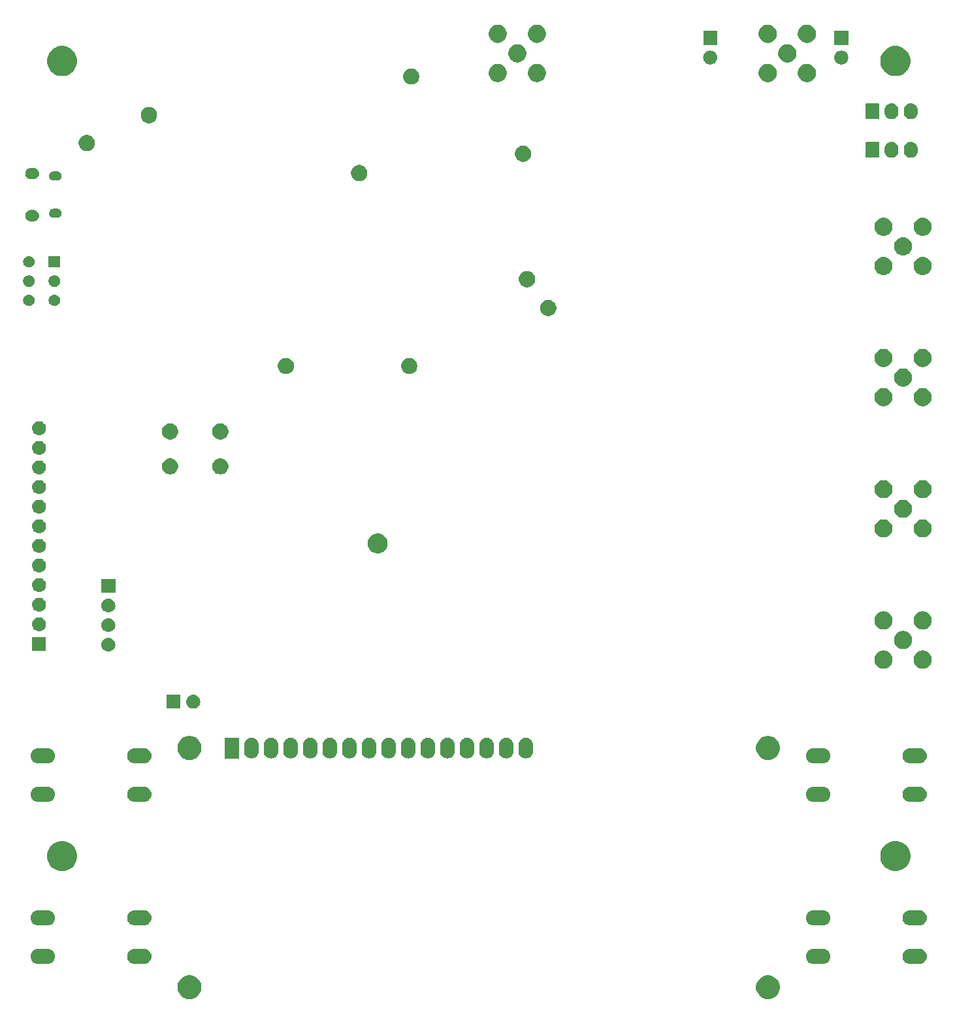
<source format=gbr>
G04 #@! TF.GenerationSoftware,KiCad,Pcbnew,5.1.4-e60b266~84~ubuntu18.04.1*
G04 #@! TF.CreationDate,2019-10-03T20:43:22+02:00*
G04 #@! TF.ProjectId,SingularitySurfer_V1,53696e67-756c-4617-9269-747953757266,rev?*
G04 #@! TF.SameCoordinates,Original*
G04 #@! TF.FileFunction,Soldermask,Bot*
G04 #@! TF.FilePolarity,Negative*
%FSLAX46Y46*%
G04 Gerber Fmt 4.6, Leading zero omitted, Abs format (unit mm)*
G04 Created by KiCad (PCBNEW 5.1.4-e60b266~84~ubuntu18.04.1) date 2019-10-03 20:43:22*
%MOMM*%
%LPD*%
G04 APERTURE LIST*
%ADD10C,0.100000*%
G04 APERTURE END LIST*
D10*
G36*
X117802065Y-169479502D02*
G01*
X117951890Y-169509304D01*
X118234154Y-169626221D01*
X118488185Y-169795959D01*
X118704221Y-170011995D01*
X118873959Y-170266026D01*
X118990876Y-170548290D01*
X119050480Y-170847940D01*
X119050480Y-171153460D01*
X118990876Y-171453110D01*
X118873959Y-171735374D01*
X118704221Y-171989405D01*
X118488185Y-172205441D01*
X118234154Y-172375179D01*
X117951890Y-172492096D01*
X117802065Y-172521898D01*
X117652241Y-172551700D01*
X117346719Y-172551700D01*
X117196895Y-172521898D01*
X117047070Y-172492096D01*
X116764806Y-172375179D01*
X116510775Y-172205441D01*
X116294739Y-171989405D01*
X116125001Y-171735374D01*
X116008084Y-171453110D01*
X115948480Y-171153460D01*
X115948480Y-170847940D01*
X116008084Y-170548290D01*
X116125001Y-170266026D01*
X116294739Y-170011995D01*
X116510775Y-169795959D01*
X116764806Y-169626221D01*
X117047070Y-169509304D01*
X117196895Y-169479502D01*
X117346719Y-169449700D01*
X117652241Y-169449700D01*
X117802065Y-169479502D01*
X117802065Y-169479502D01*
G37*
G36*
X42803485Y-169479502D02*
G01*
X42953310Y-169509304D01*
X43235574Y-169626221D01*
X43489605Y-169795959D01*
X43705641Y-170011995D01*
X43875379Y-170266026D01*
X43992296Y-170548290D01*
X44051900Y-170847940D01*
X44051900Y-171153460D01*
X43992296Y-171453110D01*
X43875379Y-171735374D01*
X43705641Y-171989405D01*
X43489605Y-172205441D01*
X43235574Y-172375179D01*
X42953310Y-172492096D01*
X42803485Y-172521898D01*
X42653661Y-172551700D01*
X42348139Y-172551700D01*
X42198315Y-172521898D01*
X42048490Y-172492096D01*
X41766226Y-172375179D01*
X41512195Y-172205441D01*
X41296159Y-171989405D01*
X41126421Y-171735374D01*
X41009504Y-171453110D01*
X40949900Y-171153460D01*
X40949900Y-170847940D01*
X41009504Y-170548290D01*
X41126421Y-170266026D01*
X41296159Y-170011995D01*
X41512195Y-169795959D01*
X41766226Y-169626221D01*
X42048490Y-169509304D01*
X42198315Y-169479502D01*
X42348139Y-169449700D01*
X42653661Y-169449700D01*
X42803485Y-169479502D01*
X42803485Y-169479502D01*
G37*
G36*
X137194739Y-166028707D02*
G01*
X137290329Y-166038122D01*
X137474306Y-166093931D01*
X137474309Y-166093932D01*
X137564225Y-166141994D01*
X137643860Y-166184559D01*
X137690035Y-166222454D01*
X137792476Y-166306524D01*
X137876546Y-166408965D01*
X137914441Y-166455140D01*
X137957006Y-166534775D01*
X138005068Y-166624691D01*
X138005069Y-166624694D01*
X138060878Y-166808671D01*
X138079722Y-167000000D01*
X138060878Y-167191329D01*
X138005069Y-167375306D01*
X138005068Y-167375309D01*
X137957006Y-167465225D01*
X137914441Y-167544860D01*
X137876546Y-167591035D01*
X137792476Y-167693476D01*
X137690035Y-167777546D01*
X137643860Y-167815441D01*
X137564225Y-167858006D01*
X137474309Y-167906068D01*
X137474306Y-167906069D01*
X137290329Y-167961878D01*
X137194739Y-167971293D01*
X137146945Y-167976000D01*
X135853055Y-167976000D01*
X135805261Y-167971293D01*
X135709671Y-167961878D01*
X135525694Y-167906069D01*
X135525691Y-167906068D01*
X135435775Y-167858006D01*
X135356140Y-167815441D01*
X135309965Y-167777546D01*
X135207524Y-167693476D01*
X135123454Y-167591035D01*
X135085559Y-167544860D01*
X135042994Y-167465225D01*
X134994932Y-167375309D01*
X134994931Y-167375306D01*
X134939122Y-167191329D01*
X134920278Y-167000000D01*
X134939122Y-166808671D01*
X134994931Y-166624694D01*
X134994932Y-166624691D01*
X135042994Y-166534775D01*
X135085559Y-166455140D01*
X135123454Y-166408965D01*
X135207524Y-166306524D01*
X135309965Y-166222454D01*
X135356140Y-166184559D01*
X135435775Y-166141994D01*
X135525691Y-166093932D01*
X135525694Y-166093931D01*
X135709671Y-166038122D01*
X135805261Y-166028707D01*
X135853055Y-166024000D01*
X137146945Y-166024000D01*
X137194739Y-166028707D01*
X137194739Y-166028707D01*
G37*
G36*
X124694739Y-166028707D02*
G01*
X124790329Y-166038122D01*
X124974306Y-166093931D01*
X124974309Y-166093932D01*
X125064225Y-166141994D01*
X125143860Y-166184559D01*
X125190035Y-166222454D01*
X125292476Y-166306524D01*
X125376546Y-166408965D01*
X125414441Y-166455140D01*
X125457006Y-166534775D01*
X125505068Y-166624691D01*
X125505069Y-166624694D01*
X125560878Y-166808671D01*
X125579722Y-167000000D01*
X125560878Y-167191329D01*
X125505069Y-167375306D01*
X125505068Y-167375309D01*
X125457006Y-167465225D01*
X125414441Y-167544860D01*
X125376546Y-167591035D01*
X125292476Y-167693476D01*
X125190035Y-167777546D01*
X125143860Y-167815441D01*
X125064225Y-167858006D01*
X124974309Y-167906068D01*
X124974306Y-167906069D01*
X124790329Y-167961878D01*
X124694739Y-167971293D01*
X124646945Y-167976000D01*
X123353055Y-167976000D01*
X123305261Y-167971293D01*
X123209671Y-167961878D01*
X123025694Y-167906069D01*
X123025691Y-167906068D01*
X122935775Y-167858006D01*
X122856140Y-167815441D01*
X122809965Y-167777546D01*
X122707524Y-167693476D01*
X122623454Y-167591035D01*
X122585559Y-167544860D01*
X122542994Y-167465225D01*
X122494932Y-167375309D01*
X122494931Y-167375306D01*
X122439122Y-167191329D01*
X122420278Y-167000000D01*
X122439122Y-166808671D01*
X122494931Y-166624694D01*
X122494932Y-166624691D01*
X122542994Y-166534775D01*
X122585559Y-166455140D01*
X122623454Y-166408965D01*
X122707524Y-166306524D01*
X122809965Y-166222454D01*
X122856140Y-166184559D01*
X122935775Y-166141994D01*
X123025691Y-166093932D01*
X123025694Y-166093931D01*
X123209671Y-166038122D01*
X123305261Y-166028707D01*
X123353055Y-166024000D01*
X124646945Y-166024000D01*
X124694739Y-166028707D01*
X124694739Y-166028707D01*
G37*
G36*
X36694739Y-166028707D02*
G01*
X36790329Y-166038122D01*
X36974306Y-166093931D01*
X36974309Y-166093932D01*
X37064225Y-166141994D01*
X37143860Y-166184559D01*
X37190035Y-166222454D01*
X37292476Y-166306524D01*
X37376546Y-166408965D01*
X37414441Y-166455140D01*
X37457006Y-166534775D01*
X37505068Y-166624691D01*
X37505069Y-166624694D01*
X37560878Y-166808671D01*
X37579722Y-167000000D01*
X37560878Y-167191329D01*
X37505069Y-167375306D01*
X37505068Y-167375309D01*
X37457006Y-167465225D01*
X37414441Y-167544860D01*
X37376546Y-167591035D01*
X37292476Y-167693476D01*
X37190035Y-167777546D01*
X37143860Y-167815441D01*
X37064225Y-167858006D01*
X36974309Y-167906068D01*
X36974306Y-167906069D01*
X36790329Y-167961878D01*
X36694739Y-167971293D01*
X36646945Y-167976000D01*
X35353055Y-167976000D01*
X35305261Y-167971293D01*
X35209671Y-167961878D01*
X35025694Y-167906069D01*
X35025691Y-167906068D01*
X34935775Y-167858006D01*
X34856140Y-167815441D01*
X34809965Y-167777546D01*
X34707524Y-167693476D01*
X34623454Y-167591035D01*
X34585559Y-167544860D01*
X34542994Y-167465225D01*
X34494932Y-167375309D01*
X34494931Y-167375306D01*
X34439122Y-167191329D01*
X34420278Y-167000000D01*
X34439122Y-166808671D01*
X34494931Y-166624694D01*
X34494932Y-166624691D01*
X34542994Y-166534775D01*
X34585559Y-166455140D01*
X34623454Y-166408965D01*
X34707524Y-166306524D01*
X34809965Y-166222454D01*
X34856140Y-166184559D01*
X34935775Y-166141994D01*
X35025691Y-166093932D01*
X35025694Y-166093931D01*
X35209671Y-166038122D01*
X35305261Y-166028707D01*
X35353055Y-166024000D01*
X36646945Y-166024000D01*
X36694739Y-166028707D01*
X36694739Y-166028707D01*
G37*
G36*
X24194739Y-166028707D02*
G01*
X24290329Y-166038122D01*
X24474306Y-166093931D01*
X24474309Y-166093932D01*
X24564225Y-166141994D01*
X24643860Y-166184559D01*
X24690035Y-166222454D01*
X24792476Y-166306524D01*
X24876546Y-166408965D01*
X24914441Y-166455140D01*
X24957006Y-166534775D01*
X25005068Y-166624691D01*
X25005069Y-166624694D01*
X25060878Y-166808671D01*
X25079722Y-167000000D01*
X25060878Y-167191329D01*
X25005069Y-167375306D01*
X25005068Y-167375309D01*
X24957006Y-167465225D01*
X24914441Y-167544860D01*
X24876546Y-167591035D01*
X24792476Y-167693476D01*
X24690035Y-167777546D01*
X24643860Y-167815441D01*
X24564225Y-167858006D01*
X24474309Y-167906068D01*
X24474306Y-167906069D01*
X24290329Y-167961878D01*
X24194739Y-167971293D01*
X24146945Y-167976000D01*
X22853055Y-167976000D01*
X22805261Y-167971293D01*
X22709671Y-167961878D01*
X22525694Y-167906069D01*
X22525691Y-167906068D01*
X22435775Y-167858006D01*
X22356140Y-167815441D01*
X22309965Y-167777546D01*
X22207524Y-167693476D01*
X22123454Y-167591035D01*
X22085559Y-167544860D01*
X22042994Y-167465225D01*
X21994932Y-167375309D01*
X21994931Y-167375306D01*
X21939122Y-167191329D01*
X21920278Y-167000000D01*
X21939122Y-166808671D01*
X21994931Y-166624694D01*
X21994932Y-166624691D01*
X22042994Y-166534775D01*
X22085559Y-166455140D01*
X22123454Y-166408965D01*
X22207524Y-166306524D01*
X22309965Y-166222454D01*
X22356140Y-166184559D01*
X22435775Y-166141994D01*
X22525691Y-166093932D01*
X22525694Y-166093931D01*
X22709671Y-166038122D01*
X22805261Y-166028707D01*
X22853055Y-166024000D01*
X24146945Y-166024000D01*
X24194739Y-166028707D01*
X24194739Y-166028707D01*
G37*
G36*
X24194739Y-161028707D02*
G01*
X24290329Y-161038122D01*
X24474306Y-161093931D01*
X24474309Y-161093932D01*
X24564225Y-161141994D01*
X24643860Y-161184559D01*
X24690035Y-161222454D01*
X24792476Y-161306524D01*
X24876546Y-161408965D01*
X24914441Y-161455140D01*
X24957006Y-161534775D01*
X25005068Y-161624691D01*
X25005069Y-161624694D01*
X25060878Y-161808671D01*
X25079722Y-162000000D01*
X25060878Y-162191329D01*
X25005069Y-162375306D01*
X25005068Y-162375309D01*
X24957006Y-162465225D01*
X24914441Y-162544860D01*
X24876546Y-162591035D01*
X24792476Y-162693476D01*
X24690035Y-162777546D01*
X24643860Y-162815441D01*
X24564225Y-162858006D01*
X24474309Y-162906068D01*
X24474306Y-162906069D01*
X24290329Y-162961878D01*
X24194739Y-162971293D01*
X24146945Y-162976000D01*
X22853055Y-162976000D01*
X22805261Y-162971293D01*
X22709671Y-162961878D01*
X22525694Y-162906069D01*
X22525691Y-162906068D01*
X22435775Y-162858006D01*
X22356140Y-162815441D01*
X22309965Y-162777546D01*
X22207524Y-162693476D01*
X22123454Y-162591035D01*
X22085559Y-162544860D01*
X22042994Y-162465225D01*
X21994932Y-162375309D01*
X21994931Y-162375306D01*
X21939122Y-162191329D01*
X21920278Y-162000000D01*
X21939122Y-161808671D01*
X21994931Y-161624694D01*
X21994932Y-161624691D01*
X22042994Y-161534775D01*
X22085559Y-161455140D01*
X22123454Y-161408965D01*
X22207524Y-161306524D01*
X22309965Y-161222454D01*
X22356140Y-161184559D01*
X22435775Y-161141994D01*
X22525691Y-161093932D01*
X22525694Y-161093931D01*
X22709671Y-161038122D01*
X22805261Y-161028707D01*
X22853055Y-161024000D01*
X24146945Y-161024000D01*
X24194739Y-161028707D01*
X24194739Y-161028707D01*
G37*
G36*
X124694739Y-161028707D02*
G01*
X124790329Y-161038122D01*
X124974306Y-161093931D01*
X124974309Y-161093932D01*
X125064225Y-161141994D01*
X125143860Y-161184559D01*
X125190035Y-161222454D01*
X125292476Y-161306524D01*
X125376546Y-161408965D01*
X125414441Y-161455140D01*
X125457006Y-161534775D01*
X125505068Y-161624691D01*
X125505069Y-161624694D01*
X125560878Y-161808671D01*
X125579722Y-162000000D01*
X125560878Y-162191329D01*
X125505069Y-162375306D01*
X125505068Y-162375309D01*
X125457006Y-162465225D01*
X125414441Y-162544860D01*
X125376546Y-162591035D01*
X125292476Y-162693476D01*
X125190035Y-162777546D01*
X125143860Y-162815441D01*
X125064225Y-162858006D01*
X124974309Y-162906068D01*
X124974306Y-162906069D01*
X124790329Y-162961878D01*
X124694739Y-162971293D01*
X124646945Y-162976000D01*
X123353055Y-162976000D01*
X123305261Y-162971293D01*
X123209671Y-162961878D01*
X123025694Y-162906069D01*
X123025691Y-162906068D01*
X122935775Y-162858006D01*
X122856140Y-162815441D01*
X122809965Y-162777546D01*
X122707524Y-162693476D01*
X122623454Y-162591035D01*
X122585559Y-162544860D01*
X122542994Y-162465225D01*
X122494932Y-162375309D01*
X122494931Y-162375306D01*
X122439122Y-162191329D01*
X122420278Y-162000000D01*
X122439122Y-161808671D01*
X122494931Y-161624694D01*
X122494932Y-161624691D01*
X122542994Y-161534775D01*
X122585559Y-161455140D01*
X122623454Y-161408965D01*
X122707524Y-161306524D01*
X122809965Y-161222454D01*
X122856140Y-161184559D01*
X122935775Y-161141994D01*
X123025691Y-161093932D01*
X123025694Y-161093931D01*
X123209671Y-161038122D01*
X123305261Y-161028707D01*
X123353055Y-161024000D01*
X124646945Y-161024000D01*
X124694739Y-161028707D01*
X124694739Y-161028707D01*
G37*
G36*
X36694739Y-161028707D02*
G01*
X36790329Y-161038122D01*
X36974306Y-161093931D01*
X36974309Y-161093932D01*
X37064225Y-161141994D01*
X37143860Y-161184559D01*
X37190035Y-161222454D01*
X37292476Y-161306524D01*
X37376546Y-161408965D01*
X37414441Y-161455140D01*
X37457006Y-161534775D01*
X37505068Y-161624691D01*
X37505069Y-161624694D01*
X37560878Y-161808671D01*
X37579722Y-162000000D01*
X37560878Y-162191329D01*
X37505069Y-162375306D01*
X37505068Y-162375309D01*
X37457006Y-162465225D01*
X37414441Y-162544860D01*
X37376546Y-162591035D01*
X37292476Y-162693476D01*
X37190035Y-162777546D01*
X37143860Y-162815441D01*
X37064225Y-162858006D01*
X36974309Y-162906068D01*
X36974306Y-162906069D01*
X36790329Y-162961878D01*
X36694739Y-162971293D01*
X36646945Y-162976000D01*
X35353055Y-162976000D01*
X35305261Y-162971293D01*
X35209671Y-162961878D01*
X35025694Y-162906069D01*
X35025691Y-162906068D01*
X34935775Y-162858006D01*
X34856140Y-162815441D01*
X34809965Y-162777546D01*
X34707524Y-162693476D01*
X34623454Y-162591035D01*
X34585559Y-162544860D01*
X34542994Y-162465225D01*
X34494932Y-162375309D01*
X34494931Y-162375306D01*
X34439122Y-162191329D01*
X34420278Y-162000000D01*
X34439122Y-161808671D01*
X34494931Y-161624694D01*
X34494932Y-161624691D01*
X34542994Y-161534775D01*
X34585559Y-161455140D01*
X34623454Y-161408965D01*
X34707524Y-161306524D01*
X34809965Y-161222454D01*
X34856140Y-161184559D01*
X34935775Y-161141994D01*
X35025691Y-161093932D01*
X35025694Y-161093931D01*
X35209671Y-161038122D01*
X35305261Y-161028707D01*
X35353055Y-161024000D01*
X36646945Y-161024000D01*
X36694739Y-161028707D01*
X36694739Y-161028707D01*
G37*
G36*
X137194739Y-161028707D02*
G01*
X137290329Y-161038122D01*
X137474306Y-161093931D01*
X137474309Y-161093932D01*
X137564225Y-161141994D01*
X137643860Y-161184559D01*
X137690035Y-161222454D01*
X137792476Y-161306524D01*
X137876546Y-161408965D01*
X137914441Y-161455140D01*
X137957006Y-161534775D01*
X138005068Y-161624691D01*
X138005069Y-161624694D01*
X138060878Y-161808671D01*
X138079722Y-162000000D01*
X138060878Y-162191329D01*
X138005069Y-162375306D01*
X138005068Y-162375309D01*
X137957006Y-162465225D01*
X137914441Y-162544860D01*
X137876546Y-162591035D01*
X137792476Y-162693476D01*
X137690035Y-162777546D01*
X137643860Y-162815441D01*
X137564225Y-162858006D01*
X137474309Y-162906068D01*
X137474306Y-162906069D01*
X137290329Y-162961878D01*
X137194739Y-162971293D01*
X137146945Y-162976000D01*
X135853055Y-162976000D01*
X135805261Y-162971293D01*
X135709671Y-162961878D01*
X135525694Y-162906069D01*
X135525691Y-162906068D01*
X135435775Y-162858006D01*
X135356140Y-162815441D01*
X135309965Y-162777546D01*
X135207524Y-162693476D01*
X135123454Y-162591035D01*
X135085559Y-162544860D01*
X135042994Y-162465225D01*
X134994932Y-162375309D01*
X134994931Y-162375306D01*
X134939122Y-162191329D01*
X134920278Y-162000000D01*
X134939122Y-161808671D01*
X134994931Y-161624694D01*
X134994932Y-161624691D01*
X135042994Y-161534775D01*
X135085559Y-161455140D01*
X135123454Y-161408965D01*
X135207524Y-161306524D01*
X135309965Y-161222454D01*
X135356140Y-161184559D01*
X135435775Y-161141994D01*
X135525691Y-161093932D01*
X135525694Y-161093931D01*
X135709671Y-161038122D01*
X135805261Y-161028707D01*
X135853055Y-161024000D01*
X137146945Y-161024000D01*
X137194739Y-161028707D01*
X137194739Y-161028707D01*
G37*
G36*
X26569085Y-152123975D02*
G01*
X26924143Y-152271045D01*
X26924145Y-152271046D01*
X27243690Y-152484559D01*
X27515441Y-152756310D01*
X27728954Y-153075855D01*
X27728955Y-153075857D01*
X27876025Y-153430915D01*
X27951000Y-153807842D01*
X27951000Y-154192158D01*
X27876025Y-154569085D01*
X27728955Y-154924143D01*
X27728954Y-154924145D01*
X27515441Y-155243690D01*
X27243690Y-155515441D01*
X26924145Y-155728954D01*
X26924144Y-155728955D01*
X26924143Y-155728955D01*
X26569085Y-155876025D01*
X26192158Y-155951000D01*
X25807842Y-155951000D01*
X25430915Y-155876025D01*
X25075857Y-155728955D01*
X25075856Y-155728955D01*
X25075855Y-155728954D01*
X24756310Y-155515441D01*
X24484559Y-155243690D01*
X24271046Y-154924145D01*
X24271045Y-154924143D01*
X24123975Y-154569085D01*
X24049000Y-154192158D01*
X24049000Y-153807842D01*
X24123975Y-153430915D01*
X24271045Y-153075857D01*
X24271046Y-153075855D01*
X24484559Y-152756310D01*
X24756310Y-152484559D01*
X25075855Y-152271046D01*
X25075857Y-152271045D01*
X25430915Y-152123975D01*
X25807842Y-152049000D01*
X26192158Y-152049000D01*
X26569085Y-152123975D01*
X26569085Y-152123975D01*
G37*
G36*
X134569085Y-152123975D02*
G01*
X134924143Y-152271045D01*
X134924145Y-152271046D01*
X135243690Y-152484559D01*
X135515441Y-152756310D01*
X135728954Y-153075855D01*
X135728955Y-153075857D01*
X135876025Y-153430915D01*
X135951000Y-153807842D01*
X135951000Y-154192158D01*
X135876025Y-154569085D01*
X135728955Y-154924143D01*
X135728954Y-154924145D01*
X135515441Y-155243690D01*
X135243690Y-155515441D01*
X134924145Y-155728954D01*
X134924144Y-155728955D01*
X134924143Y-155728955D01*
X134569085Y-155876025D01*
X134192158Y-155951000D01*
X133807842Y-155951000D01*
X133430915Y-155876025D01*
X133075857Y-155728955D01*
X133075856Y-155728955D01*
X133075855Y-155728954D01*
X132756310Y-155515441D01*
X132484559Y-155243690D01*
X132271046Y-154924145D01*
X132271045Y-154924143D01*
X132123975Y-154569085D01*
X132049000Y-154192158D01*
X132049000Y-153807842D01*
X132123975Y-153430915D01*
X132271045Y-153075857D01*
X132271046Y-153075855D01*
X132484559Y-152756310D01*
X132756310Y-152484559D01*
X133075855Y-152271046D01*
X133075857Y-152271045D01*
X133430915Y-152123975D01*
X133807842Y-152049000D01*
X134192158Y-152049000D01*
X134569085Y-152123975D01*
X134569085Y-152123975D01*
G37*
G36*
X124694739Y-145028707D02*
G01*
X124790329Y-145038122D01*
X124974306Y-145093931D01*
X124974309Y-145093932D01*
X125064225Y-145141994D01*
X125143860Y-145184559D01*
X125190035Y-145222454D01*
X125292476Y-145306524D01*
X125376546Y-145408965D01*
X125414441Y-145455140D01*
X125457006Y-145534775D01*
X125505068Y-145624691D01*
X125505069Y-145624694D01*
X125560878Y-145808671D01*
X125579722Y-146000000D01*
X125560878Y-146191329D01*
X125505069Y-146375306D01*
X125505068Y-146375309D01*
X125457006Y-146465225D01*
X125414441Y-146544860D01*
X125376546Y-146591035D01*
X125292476Y-146693476D01*
X125190035Y-146777546D01*
X125143860Y-146815441D01*
X125064225Y-146858006D01*
X124974309Y-146906068D01*
X124974306Y-146906069D01*
X124790329Y-146961878D01*
X124694739Y-146971293D01*
X124646945Y-146976000D01*
X123353055Y-146976000D01*
X123305261Y-146971293D01*
X123209671Y-146961878D01*
X123025694Y-146906069D01*
X123025691Y-146906068D01*
X122935775Y-146858006D01*
X122856140Y-146815441D01*
X122809965Y-146777546D01*
X122707524Y-146693476D01*
X122623454Y-146591035D01*
X122585559Y-146544860D01*
X122542994Y-146465225D01*
X122494932Y-146375309D01*
X122494931Y-146375306D01*
X122439122Y-146191329D01*
X122420278Y-146000000D01*
X122439122Y-145808671D01*
X122494931Y-145624694D01*
X122494932Y-145624691D01*
X122542994Y-145534775D01*
X122585559Y-145455140D01*
X122623454Y-145408965D01*
X122707524Y-145306524D01*
X122809965Y-145222454D01*
X122856140Y-145184559D01*
X122935775Y-145141994D01*
X123025691Y-145093932D01*
X123025694Y-145093931D01*
X123209671Y-145038122D01*
X123305261Y-145028707D01*
X123353055Y-145024000D01*
X124646945Y-145024000D01*
X124694739Y-145028707D01*
X124694739Y-145028707D01*
G37*
G36*
X137194739Y-145028707D02*
G01*
X137290329Y-145038122D01*
X137474306Y-145093931D01*
X137474309Y-145093932D01*
X137564225Y-145141994D01*
X137643860Y-145184559D01*
X137690035Y-145222454D01*
X137792476Y-145306524D01*
X137876546Y-145408965D01*
X137914441Y-145455140D01*
X137957006Y-145534775D01*
X138005068Y-145624691D01*
X138005069Y-145624694D01*
X138060878Y-145808671D01*
X138079722Y-146000000D01*
X138060878Y-146191329D01*
X138005069Y-146375306D01*
X138005068Y-146375309D01*
X137957006Y-146465225D01*
X137914441Y-146544860D01*
X137876546Y-146591035D01*
X137792476Y-146693476D01*
X137690035Y-146777546D01*
X137643860Y-146815441D01*
X137564225Y-146858006D01*
X137474309Y-146906068D01*
X137474306Y-146906069D01*
X137290329Y-146961878D01*
X137194739Y-146971293D01*
X137146945Y-146976000D01*
X135853055Y-146976000D01*
X135805261Y-146971293D01*
X135709671Y-146961878D01*
X135525694Y-146906069D01*
X135525691Y-146906068D01*
X135435775Y-146858006D01*
X135356140Y-146815441D01*
X135309965Y-146777546D01*
X135207524Y-146693476D01*
X135123454Y-146591035D01*
X135085559Y-146544860D01*
X135042994Y-146465225D01*
X134994932Y-146375309D01*
X134994931Y-146375306D01*
X134939122Y-146191329D01*
X134920278Y-146000000D01*
X134939122Y-145808671D01*
X134994931Y-145624694D01*
X134994932Y-145624691D01*
X135042994Y-145534775D01*
X135085559Y-145455140D01*
X135123454Y-145408965D01*
X135207524Y-145306524D01*
X135309965Y-145222454D01*
X135356140Y-145184559D01*
X135435775Y-145141994D01*
X135525691Y-145093932D01*
X135525694Y-145093931D01*
X135709671Y-145038122D01*
X135805261Y-145028707D01*
X135853055Y-145024000D01*
X137146945Y-145024000D01*
X137194739Y-145028707D01*
X137194739Y-145028707D01*
G37*
G36*
X24194739Y-145028707D02*
G01*
X24290329Y-145038122D01*
X24474306Y-145093931D01*
X24474309Y-145093932D01*
X24564225Y-145141994D01*
X24643860Y-145184559D01*
X24690035Y-145222454D01*
X24792476Y-145306524D01*
X24876546Y-145408965D01*
X24914441Y-145455140D01*
X24957006Y-145534775D01*
X25005068Y-145624691D01*
X25005069Y-145624694D01*
X25060878Y-145808671D01*
X25079722Y-146000000D01*
X25060878Y-146191329D01*
X25005069Y-146375306D01*
X25005068Y-146375309D01*
X24957006Y-146465225D01*
X24914441Y-146544860D01*
X24876546Y-146591035D01*
X24792476Y-146693476D01*
X24690035Y-146777546D01*
X24643860Y-146815441D01*
X24564225Y-146858006D01*
X24474309Y-146906068D01*
X24474306Y-146906069D01*
X24290329Y-146961878D01*
X24194739Y-146971293D01*
X24146945Y-146976000D01*
X22853055Y-146976000D01*
X22805261Y-146971293D01*
X22709671Y-146961878D01*
X22525694Y-146906069D01*
X22525691Y-146906068D01*
X22435775Y-146858006D01*
X22356140Y-146815441D01*
X22309965Y-146777546D01*
X22207524Y-146693476D01*
X22123454Y-146591035D01*
X22085559Y-146544860D01*
X22042994Y-146465225D01*
X21994932Y-146375309D01*
X21994931Y-146375306D01*
X21939122Y-146191329D01*
X21920278Y-146000000D01*
X21939122Y-145808671D01*
X21994931Y-145624694D01*
X21994932Y-145624691D01*
X22042994Y-145534775D01*
X22085559Y-145455140D01*
X22123454Y-145408965D01*
X22207524Y-145306524D01*
X22309965Y-145222454D01*
X22356140Y-145184559D01*
X22435775Y-145141994D01*
X22525691Y-145093932D01*
X22525694Y-145093931D01*
X22709671Y-145038122D01*
X22805261Y-145028707D01*
X22853055Y-145024000D01*
X24146945Y-145024000D01*
X24194739Y-145028707D01*
X24194739Y-145028707D01*
G37*
G36*
X36694739Y-145028707D02*
G01*
X36790329Y-145038122D01*
X36974306Y-145093931D01*
X36974309Y-145093932D01*
X37064225Y-145141994D01*
X37143860Y-145184559D01*
X37190035Y-145222454D01*
X37292476Y-145306524D01*
X37376546Y-145408965D01*
X37414441Y-145455140D01*
X37457006Y-145534775D01*
X37505068Y-145624691D01*
X37505069Y-145624694D01*
X37560878Y-145808671D01*
X37579722Y-146000000D01*
X37560878Y-146191329D01*
X37505069Y-146375306D01*
X37505068Y-146375309D01*
X37457006Y-146465225D01*
X37414441Y-146544860D01*
X37376546Y-146591035D01*
X37292476Y-146693476D01*
X37190035Y-146777546D01*
X37143860Y-146815441D01*
X37064225Y-146858006D01*
X36974309Y-146906068D01*
X36974306Y-146906069D01*
X36790329Y-146961878D01*
X36694739Y-146971293D01*
X36646945Y-146976000D01*
X35353055Y-146976000D01*
X35305261Y-146971293D01*
X35209671Y-146961878D01*
X35025694Y-146906069D01*
X35025691Y-146906068D01*
X34935775Y-146858006D01*
X34856140Y-146815441D01*
X34809965Y-146777546D01*
X34707524Y-146693476D01*
X34623454Y-146591035D01*
X34585559Y-146544860D01*
X34542994Y-146465225D01*
X34494932Y-146375309D01*
X34494931Y-146375306D01*
X34439122Y-146191329D01*
X34420278Y-146000000D01*
X34439122Y-145808671D01*
X34494931Y-145624694D01*
X34494932Y-145624691D01*
X34542994Y-145534775D01*
X34585559Y-145455140D01*
X34623454Y-145408965D01*
X34707524Y-145306524D01*
X34809965Y-145222454D01*
X34856140Y-145184559D01*
X34935775Y-145141994D01*
X35025691Y-145093932D01*
X35025694Y-145093931D01*
X35209671Y-145038122D01*
X35305261Y-145028707D01*
X35353055Y-145024000D01*
X36646945Y-145024000D01*
X36694739Y-145028707D01*
X36694739Y-145028707D01*
G37*
G36*
X137194739Y-140028707D02*
G01*
X137290329Y-140038122D01*
X137474306Y-140093931D01*
X137474309Y-140093932D01*
X137564225Y-140141994D01*
X137643860Y-140184559D01*
X137690035Y-140222454D01*
X137792476Y-140306524D01*
X137876546Y-140408965D01*
X137914441Y-140455140D01*
X137957006Y-140534775D01*
X138005068Y-140624691D01*
X138005069Y-140624694D01*
X138060878Y-140808671D01*
X138079722Y-141000000D01*
X138060878Y-141191329D01*
X138016616Y-141337240D01*
X138005068Y-141375309D01*
X137957006Y-141465225D01*
X137914441Y-141544860D01*
X137876546Y-141591035D01*
X137792476Y-141693476D01*
X137690035Y-141777546D01*
X137643860Y-141815441D01*
X137564225Y-141858006D01*
X137474309Y-141906068D01*
X137474306Y-141906069D01*
X137290329Y-141961878D01*
X137194739Y-141971293D01*
X137146945Y-141976000D01*
X135853055Y-141976000D01*
X135805261Y-141971293D01*
X135709671Y-141961878D01*
X135525694Y-141906069D01*
X135525691Y-141906068D01*
X135435775Y-141858006D01*
X135356140Y-141815441D01*
X135309965Y-141777546D01*
X135207524Y-141693476D01*
X135123454Y-141591035D01*
X135085559Y-141544860D01*
X135042994Y-141465225D01*
X134994932Y-141375309D01*
X134983384Y-141337240D01*
X134939122Y-141191329D01*
X134920278Y-141000000D01*
X134939122Y-140808671D01*
X134994931Y-140624694D01*
X134994932Y-140624691D01*
X135042994Y-140534775D01*
X135085559Y-140455140D01*
X135123454Y-140408965D01*
X135207524Y-140306524D01*
X135309965Y-140222454D01*
X135356140Y-140184559D01*
X135435775Y-140141994D01*
X135525691Y-140093932D01*
X135525694Y-140093931D01*
X135709671Y-140038122D01*
X135805261Y-140028707D01*
X135853055Y-140024000D01*
X137146945Y-140024000D01*
X137194739Y-140028707D01*
X137194739Y-140028707D01*
G37*
G36*
X124694739Y-140028707D02*
G01*
X124790329Y-140038122D01*
X124974306Y-140093931D01*
X124974309Y-140093932D01*
X125064225Y-140141994D01*
X125143860Y-140184559D01*
X125190035Y-140222454D01*
X125292476Y-140306524D01*
X125376546Y-140408965D01*
X125414441Y-140455140D01*
X125457006Y-140534775D01*
X125505068Y-140624691D01*
X125505069Y-140624694D01*
X125560878Y-140808671D01*
X125579722Y-141000000D01*
X125560878Y-141191329D01*
X125516616Y-141337240D01*
X125505068Y-141375309D01*
X125457006Y-141465225D01*
X125414441Y-141544860D01*
X125376546Y-141591035D01*
X125292476Y-141693476D01*
X125190035Y-141777546D01*
X125143860Y-141815441D01*
X125064225Y-141858006D01*
X124974309Y-141906068D01*
X124974306Y-141906069D01*
X124790329Y-141961878D01*
X124694739Y-141971293D01*
X124646945Y-141976000D01*
X123353055Y-141976000D01*
X123305261Y-141971293D01*
X123209671Y-141961878D01*
X123025694Y-141906069D01*
X123025691Y-141906068D01*
X122935775Y-141858006D01*
X122856140Y-141815441D01*
X122809965Y-141777546D01*
X122707524Y-141693476D01*
X122623454Y-141591035D01*
X122585559Y-141544860D01*
X122542994Y-141465225D01*
X122494932Y-141375309D01*
X122483384Y-141337240D01*
X122439122Y-141191329D01*
X122420278Y-141000000D01*
X122439122Y-140808671D01*
X122494931Y-140624694D01*
X122494932Y-140624691D01*
X122542994Y-140534775D01*
X122585559Y-140455140D01*
X122623454Y-140408965D01*
X122707524Y-140306524D01*
X122809965Y-140222454D01*
X122856140Y-140184559D01*
X122935775Y-140141994D01*
X123025691Y-140093932D01*
X123025694Y-140093931D01*
X123209671Y-140038122D01*
X123305261Y-140028707D01*
X123353055Y-140024000D01*
X124646945Y-140024000D01*
X124694739Y-140028707D01*
X124694739Y-140028707D01*
G37*
G36*
X36694739Y-140028707D02*
G01*
X36790329Y-140038122D01*
X36974306Y-140093931D01*
X36974309Y-140093932D01*
X37064225Y-140141994D01*
X37143860Y-140184559D01*
X37190035Y-140222454D01*
X37292476Y-140306524D01*
X37376546Y-140408965D01*
X37414441Y-140455140D01*
X37457006Y-140534775D01*
X37505068Y-140624691D01*
X37505069Y-140624694D01*
X37560878Y-140808671D01*
X37579722Y-141000000D01*
X37560878Y-141191329D01*
X37516616Y-141337240D01*
X37505068Y-141375309D01*
X37457006Y-141465225D01*
X37414441Y-141544860D01*
X37376546Y-141591035D01*
X37292476Y-141693476D01*
X37190035Y-141777546D01*
X37143860Y-141815441D01*
X37064225Y-141858006D01*
X36974309Y-141906068D01*
X36974306Y-141906069D01*
X36790329Y-141961878D01*
X36694739Y-141971293D01*
X36646945Y-141976000D01*
X35353055Y-141976000D01*
X35305261Y-141971293D01*
X35209671Y-141961878D01*
X35025694Y-141906069D01*
X35025691Y-141906068D01*
X34935775Y-141858006D01*
X34856140Y-141815441D01*
X34809965Y-141777546D01*
X34707524Y-141693476D01*
X34623454Y-141591035D01*
X34585559Y-141544860D01*
X34542994Y-141465225D01*
X34494932Y-141375309D01*
X34483384Y-141337240D01*
X34439122Y-141191329D01*
X34420278Y-141000000D01*
X34439122Y-140808671D01*
X34494931Y-140624694D01*
X34494932Y-140624691D01*
X34542994Y-140534775D01*
X34585559Y-140455140D01*
X34623454Y-140408965D01*
X34707524Y-140306524D01*
X34809965Y-140222454D01*
X34856140Y-140184559D01*
X34935775Y-140141994D01*
X35025691Y-140093932D01*
X35025694Y-140093931D01*
X35209671Y-140038122D01*
X35305261Y-140028707D01*
X35353055Y-140024000D01*
X36646945Y-140024000D01*
X36694739Y-140028707D01*
X36694739Y-140028707D01*
G37*
G36*
X24194739Y-140028707D02*
G01*
X24290329Y-140038122D01*
X24474306Y-140093931D01*
X24474309Y-140093932D01*
X24564225Y-140141994D01*
X24643860Y-140184559D01*
X24690035Y-140222454D01*
X24792476Y-140306524D01*
X24876546Y-140408965D01*
X24914441Y-140455140D01*
X24957006Y-140534775D01*
X25005068Y-140624691D01*
X25005069Y-140624694D01*
X25060878Y-140808671D01*
X25079722Y-141000000D01*
X25060878Y-141191329D01*
X25016616Y-141337240D01*
X25005068Y-141375309D01*
X24957006Y-141465225D01*
X24914441Y-141544860D01*
X24876546Y-141591035D01*
X24792476Y-141693476D01*
X24690035Y-141777546D01*
X24643860Y-141815441D01*
X24564225Y-141858006D01*
X24474309Y-141906068D01*
X24474306Y-141906069D01*
X24290329Y-141961878D01*
X24194739Y-141971293D01*
X24146945Y-141976000D01*
X22853055Y-141976000D01*
X22805261Y-141971293D01*
X22709671Y-141961878D01*
X22525694Y-141906069D01*
X22525691Y-141906068D01*
X22435775Y-141858006D01*
X22356140Y-141815441D01*
X22309965Y-141777546D01*
X22207524Y-141693476D01*
X22123454Y-141591035D01*
X22085559Y-141544860D01*
X22042994Y-141465225D01*
X21994932Y-141375309D01*
X21983384Y-141337240D01*
X21939122Y-141191329D01*
X21920278Y-141000000D01*
X21939122Y-140808671D01*
X21994931Y-140624694D01*
X21994932Y-140624691D01*
X22042994Y-140534775D01*
X22085559Y-140455140D01*
X22123454Y-140408965D01*
X22207524Y-140306524D01*
X22309965Y-140222454D01*
X22356140Y-140184559D01*
X22435775Y-140141994D01*
X22525691Y-140093932D01*
X22525694Y-140093931D01*
X22709671Y-140038122D01*
X22805261Y-140028707D01*
X22853055Y-140024000D01*
X24146945Y-140024000D01*
X24194739Y-140028707D01*
X24194739Y-140028707D01*
G37*
G36*
X117802585Y-138478802D02*
G01*
X117952410Y-138508604D01*
X118234674Y-138625521D01*
X118488705Y-138795259D01*
X118704741Y-139011295D01*
X118874479Y-139265326D01*
X118991396Y-139547590D01*
X119051000Y-139847240D01*
X119051000Y-140152760D01*
X118991396Y-140452410D01*
X118874479Y-140734674D01*
X118704741Y-140988705D01*
X118488705Y-141204741D01*
X118234674Y-141374479D01*
X117952410Y-141491396D01*
X117802585Y-141521198D01*
X117652761Y-141551000D01*
X117347239Y-141551000D01*
X117197415Y-141521198D01*
X117047590Y-141491396D01*
X116765326Y-141374479D01*
X116511295Y-141204741D01*
X116295259Y-140988705D01*
X116125521Y-140734674D01*
X116008604Y-140452410D01*
X115949000Y-140152760D01*
X115949000Y-139847240D01*
X116008604Y-139547590D01*
X116125521Y-139265326D01*
X116295259Y-139011295D01*
X116511295Y-138795259D01*
X116765326Y-138625521D01*
X117047590Y-138508604D01*
X117197415Y-138478802D01*
X117347239Y-138449000D01*
X117652761Y-138449000D01*
X117802585Y-138478802D01*
X117802585Y-138478802D01*
G37*
G36*
X42803485Y-138478802D02*
G01*
X42953310Y-138508604D01*
X43235574Y-138625521D01*
X43489605Y-138795259D01*
X43705641Y-139011295D01*
X43875379Y-139265326D01*
X43992296Y-139547590D01*
X44051900Y-139847240D01*
X44051900Y-140152760D01*
X43992296Y-140452410D01*
X43875379Y-140734674D01*
X43705641Y-140988705D01*
X43489605Y-141204741D01*
X43235574Y-141374479D01*
X42953310Y-141491396D01*
X42803485Y-141521198D01*
X42653661Y-141551000D01*
X42348139Y-141551000D01*
X42198315Y-141521198D01*
X42048490Y-141491396D01*
X41766226Y-141374479D01*
X41512195Y-141204741D01*
X41296159Y-140988705D01*
X41126421Y-140734674D01*
X41009504Y-140452410D01*
X40949900Y-140152760D01*
X40949900Y-139847240D01*
X41009504Y-139547590D01*
X41126421Y-139265326D01*
X41296159Y-139011295D01*
X41512195Y-138795259D01*
X41766226Y-138625521D01*
X42048490Y-138508604D01*
X42198315Y-138478802D01*
X42348139Y-138449000D01*
X42653661Y-138449000D01*
X42803485Y-138478802D01*
X42803485Y-138478802D01*
G37*
G36*
X73586424Y-138662760D02*
G01*
X73586427Y-138662761D01*
X73586428Y-138662761D01*
X73765692Y-138717140D01*
X73765695Y-138717142D01*
X73765696Y-138717142D01*
X73930903Y-138805446D01*
X74075712Y-138924288D01*
X74194554Y-139069097D01*
X74282858Y-139234303D01*
X74282860Y-139234307D01*
X74337239Y-139413571D01*
X74337240Y-139413575D01*
X74351000Y-139553282D01*
X74351000Y-140446717D01*
X74337240Y-140586426D01*
X74282859Y-140765695D01*
X74194554Y-140930903D01*
X74075712Y-141075712D01*
X73930903Y-141194554D01*
X73765697Y-141282858D01*
X73765693Y-141282860D01*
X73586429Y-141337239D01*
X73586428Y-141337239D01*
X73586425Y-141337240D01*
X73400000Y-141355601D01*
X73213576Y-141337240D01*
X73213573Y-141337239D01*
X73213572Y-141337239D01*
X73034308Y-141282860D01*
X73034304Y-141282858D01*
X72869098Y-141194554D01*
X72724289Y-141075712D01*
X72605447Y-140930903D01*
X72517140Y-140765692D01*
X72462760Y-140586430D01*
X72449000Y-140446718D01*
X72449000Y-139553283D01*
X72462760Y-139413576D01*
X72462761Y-139413572D01*
X72517140Y-139234308D01*
X72517143Y-139234303D01*
X72605446Y-139069097D01*
X72724288Y-138924288D01*
X72869097Y-138805446D01*
X73034303Y-138717142D01*
X73034304Y-138717142D01*
X73034307Y-138717140D01*
X73213571Y-138662761D01*
X73213572Y-138662761D01*
X73213575Y-138662760D01*
X73400000Y-138644399D01*
X73586424Y-138662760D01*
X73586424Y-138662760D01*
G37*
G36*
X83746424Y-138662760D02*
G01*
X83746427Y-138662761D01*
X83746428Y-138662761D01*
X83925692Y-138717140D01*
X83925695Y-138717142D01*
X83925696Y-138717142D01*
X84090903Y-138805446D01*
X84235712Y-138924288D01*
X84354554Y-139069097D01*
X84442858Y-139234303D01*
X84442860Y-139234307D01*
X84497239Y-139413571D01*
X84497240Y-139413575D01*
X84511000Y-139553282D01*
X84511000Y-140446717D01*
X84497240Y-140586426D01*
X84442859Y-140765695D01*
X84354554Y-140930903D01*
X84235712Y-141075712D01*
X84090903Y-141194554D01*
X83925697Y-141282858D01*
X83925693Y-141282860D01*
X83746429Y-141337239D01*
X83746428Y-141337239D01*
X83746425Y-141337240D01*
X83560000Y-141355601D01*
X83373576Y-141337240D01*
X83373573Y-141337239D01*
X83373572Y-141337239D01*
X83194308Y-141282860D01*
X83194304Y-141282858D01*
X83029098Y-141194554D01*
X82884289Y-141075712D01*
X82765447Y-140930903D01*
X82677140Y-140765692D01*
X82622760Y-140586430D01*
X82609000Y-140446718D01*
X82609000Y-139553283D01*
X82622760Y-139413576D01*
X82622761Y-139413572D01*
X82677140Y-139234308D01*
X82677143Y-139234303D01*
X82765446Y-139069097D01*
X82884288Y-138924288D01*
X83029097Y-138805446D01*
X83194303Y-138717142D01*
X83194304Y-138717142D01*
X83194307Y-138717140D01*
X83373571Y-138662761D01*
X83373572Y-138662761D01*
X83373575Y-138662760D01*
X83560000Y-138644399D01*
X83746424Y-138662760D01*
X83746424Y-138662760D01*
G37*
G36*
X71046424Y-138662760D02*
G01*
X71046427Y-138662761D01*
X71046428Y-138662761D01*
X71225692Y-138717140D01*
X71225695Y-138717142D01*
X71225696Y-138717142D01*
X71390903Y-138805446D01*
X71535712Y-138924288D01*
X71654554Y-139069097D01*
X71742858Y-139234303D01*
X71742860Y-139234307D01*
X71797239Y-139413571D01*
X71797240Y-139413575D01*
X71811000Y-139553282D01*
X71811000Y-140446717D01*
X71797240Y-140586426D01*
X71742859Y-140765695D01*
X71654554Y-140930903D01*
X71535712Y-141075712D01*
X71390903Y-141194554D01*
X71225697Y-141282858D01*
X71225693Y-141282860D01*
X71046429Y-141337239D01*
X71046428Y-141337239D01*
X71046425Y-141337240D01*
X70860000Y-141355601D01*
X70673576Y-141337240D01*
X70673573Y-141337239D01*
X70673572Y-141337239D01*
X70494308Y-141282860D01*
X70494304Y-141282858D01*
X70329098Y-141194554D01*
X70184289Y-141075712D01*
X70065447Y-140930903D01*
X69977140Y-140765692D01*
X69922760Y-140586430D01*
X69909000Y-140446718D01*
X69909000Y-139553283D01*
X69922760Y-139413576D01*
X69922761Y-139413572D01*
X69977140Y-139234308D01*
X69977143Y-139234303D01*
X70065446Y-139069097D01*
X70184288Y-138924288D01*
X70329097Y-138805446D01*
X70494303Y-138717142D01*
X70494304Y-138717142D01*
X70494307Y-138717140D01*
X70673571Y-138662761D01*
X70673572Y-138662761D01*
X70673575Y-138662760D01*
X70860000Y-138644399D01*
X71046424Y-138662760D01*
X71046424Y-138662760D01*
G37*
G36*
X68506424Y-138662760D02*
G01*
X68506427Y-138662761D01*
X68506428Y-138662761D01*
X68685692Y-138717140D01*
X68685695Y-138717142D01*
X68685696Y-138717142D01*
X68850903Y-138805446D01*
X68995712Y-138924288D01*
X69114554Y-139069097D01*
X69202858Y-139234303D01*
X69202860Y-139234307D01*
X69257239Y-139413571D01*
X69257240Y-139413575D01*
X69271000Y-139553282D01*
X69271000Y-140446717D01*
X69257240Y-140586426D01*
X69202859Y-140765695D01*
X69114554Y-140930903D01*
X68995712Y-141075712D01*
X68850903Y-141194554D01*
X68685697Y-141282858D01*
X68685693Y-141282860D01*
X68506429Y-141337239D01*
X68506428Y-141337239D01*
X68506425Y-141337240D01*
X68320000Y-141355601D01*
X68133576Y-141337240D01*
X68133573Y-141337239D01*
X68133572Y-141337239D01*
X67954308Y-141282860D01*
X67954304Y-141282858D01*
X67789098Y-141194554D01*
X67644289Y-141075712D01*
X67525447Y-140930903D01*
X67437140Y-140765692D01*
X67382760Y-140586430D01*
X67369000Y-140446718D01*
X67369000Y-139553283D01*
X67382760Y-139413576D01*
X67382761Y-139413572D01*
X67437140Y-139234308D01*
X67437143Y-139234303D01*
X67525446Y-139069097D01*
X67644288Y-138924288D01*
X67789097Y-138805446D01*
X67954303Y-138717142D01*
X67954304Y-138717142D01*
X67954307Y-138717140D01*
X68133571Y-138662761D01*
X68133572Y-138662761D01*
X68133575Y-138662760D01*
X68320000Y-138644399D01*
X68506424Y-138662760D01*
X68506424Y-138662760D01*
G37*
G36*
X65966424Y-138662760D02*
G01*
X65966427Y-138662761D01*
X65966428Y-138662761D01*
X66145692Y-138717140D01*
X66145695Y-138717142D01*
X66145696Y-138717142D01*
X66310903Y-138805446D01*
X66455712Y-138924288D01*
X66574554Y-139069097D01*
X66662858Y-139234303D01*
X66662860Y-139234307D01*
X66717239Y-139413571D01*
X66717240Y-139413575D01*
X66731000Y-139553282D01*
X66731000Y-140446717D01*
X66717240Y-140586426D01*
X66662859Y-140765695D01*
X66574554Y-140930903D01*
X66455712Y-141075712D01*
X66310903Y-141194554D01*
X66145697Y-141282858D01*
X66145693Y-141282860D01*
X65966429Y-141337239D01*
X65966428Y-141337239D01*
X65966425Y-141337240D01*
X65780000Y-141355601D01*
X65593576Y-141337240D01*
X65593573Y-141337239D01*
X65593572Y-141337239D01*
X65414308Y-141282860D01*
X65414304Y-141282858D01*
X65249098Y-141194554D01*
X65104289Y-141075712D01*
X64985447Y-140930903D01*
X64897140Y-140765692D01*
X64842760Y-140586430D01*
X64829000Y-140446718D01*
X64829000Y-139553283D01*
X64842760Y-139413576D01*
X64842761Y-139413572D01*
X64897140Y-139234308D01*
X64897143Y-139234303D01*
X64985446Y-139069097D01*
X65104288Y-138924288D01*
X65249097Y-138805446D01*
X65414303Y-138717142D01*
X65414304Y-138717142D01*
X65414307Y-138717140D01*
X65593571Y-138662761D01*
X65593572Y-138662761D01*
X65593575Y-138662760D01*
X65780000Y-138644399D01*
X65966424Y-138662760D01*
X65966424Y-138662760D01*
G37*
G36*
X60886424Y-138662760D02*
G01*
X60886427Y-138662761D01*
X60886428Y-138662761D01*
X61065692Y-138717140D01*
X61065695Y-138717142D01*
X61065696Y-138717142D01*
X61230903Y-138805446D01*
X61375712Y-138924288D01*
X61494554Y-139069097D01*
X61582858Y-139234303D01*
X61582860Y-139234307D01*
X61637239Y-139413571D01*
X61637240Y-139413575D01*
X61651000Y-139553282D01*
X61651000Y-140446717D01*
X61637240Y-140586426D01*
X61582859Y-140765695D01*
X61494554Y-140930903D01*
X61375712Y-141075712D01*
X61230903Y-141194554D01*
X61065697Y-141282858D01*
X61065693Y-141282860D01*
X60886429Y-141337239D01*
X60886428Y-141337239D01*
X60886425Y-141337240D01*
X60700000Y-141355601D01*
X60513576Y-141337240D01*
X60513573Y-141337239D01*
X60513572Y-141337239D01*
X60334308Y-141282860D01*
X60334304Y-141282858D01*
X60169098Y-141194554D01*
X60024289Y-141075712D01*
X59905447Y-140930903D01*
X59817140Y-140765692D01*
X59762760Y-140586430D01*
X59749000Y-140446718D01*
X59749000Y-139553283D01*
X59762760Y-139413576D01*
X59762761Y-139413572D01*
X59817140Y-139234308D01*
X59817143Y-139234303D01*
X59905446Y-139069097D01*
X60024288Y-138924288D01*
X60169097Y-138805446D01*
X60334303Y-138717142D01*
X60334304Y-138717142D01*
X60334307Y-138717140D01*
X60513571Y-138662761D01*
X60513572Y-138662761D01*
X60513575Y-138662760D01*
X60700000Y-138644399D01*
X60886424Y-138662760D01*
X60886424Y-138662760D01*
G37*
G36*
X58346424Y-138662760D02*
G01*
X58346427Y-138662761D01*
X58346428Y-138662761D01*
X58525692Y-138717140D01*
X58525695Y-138717142D01*
X58525696Y-138717142D01*
X58690903Y-138805446D01*
X58835712Y-138924288D01*
X58954554Y-139069097D01*
X59042858Y-139234303D01*
X59042860Y-139234307D01*
X59097239Y-139413571D01*
X59097240Y-139413575D01*
X59111000Y-139553282D01*
X59111000Y-140446717D01*
X59097240Y-140586426D01*
X59042859Y-140765695D01*
X58954554Y-140930903D01*
X58835712Y-141075712D01*
X58690903Y-141194554D01*
X58525697Y-141282858D01*
X58525693Y-141282860D01*
X58346429Y-141337239D01*
X58346428Y-141337239D01*
X58346425Y-141337240D01*
X58160000Y-141355601D01*
X57973576Y-141337240D01*
X57973573Y-141337239D01*
X57973572Y-141337239D01*
X57794308Y-141282860D01*
X57794304Y-141282858D01*
X57629098Y-141194554D01*
X57484289Y-141075712D01*
X57365447Y-140930903D01*
X57277140Y-140765692D01*
X57222760Y-140586430D01*
X57209000Y-140446718D01*
X57209000Y-139553283D01*
X57222760Y-139413576D01*
X57222761Y-139413572D01*
X57277140Y-139234308D01*
X57277143Y-139234303D01*
X57365446Y-139069097D01*
X57484288Y-138924288D01*
X57629097Y-138805446D01*
X57794303Y-138717142D01*
X57794304Y-138717142D01*
X57794307Y-138717140D01*
X57973571Y-138662761D01*
X57973572Y-138662761D01*
X57973575Y-138662760D01*
X58160000Y-138644399D01*
X58346424Y-138662760D01*
X58346424Y-138662760D01*
G37*
G36*
X53266424Y-138662760D02*
G01*
X53266427Y-138662761D01*
X53266428Y-138662761D01*
X53445692Y-138717140D01*
X53445695Y-138717142D01*
X53445696Y-138717142D01*
X53610903Y-138805446D01*
X53755712Y-138924288D01*
X53874554Y-139069097D01*
X53962858Y-139234303D01*
X53962860Y-139234307D01*
X54017239Y-139413571D01*
X54017240Y-139413575D01*
X54031000Y-139553282D01*
X54031000Y-140446717D01*
X54017240Y-140586426D01*
X53962859Y-140765695D01*
X53874554Y-140930903D01*
X53755712Y-141075712D01*
X53610903Y-141194554D01*
X53445697Y-141282858D01*
X53445693Y-141282860D01*
X53266429Y-141337239D01*
X53266428Y-141337239D01*
X53266425Y-141337240D01*
X53080000Y-141355601D01*
X52893576Y-141337240D01*
X52893573Y-141337239D01*
X52893572Y-141337239D01*
X52714308Y-141282860D01*
X52714304Y-141282858D01*
X52549098Y-141194554D01*
X52404289Y-141075712D01*
X52285447Y-140930903D01*
X52197140Y-140765692D01*
X52142760Y-140586430D01*
X52129000Y-140446718D01*
X52129000Y-139553283D01*
X52142760Y-139413576D01*
X52142761Y-139413572D01*
X52197140Y-139234308D01*
X52197143Y-139234303D01*
X52285446Y-139069097D01*
X52404288Y-138924288D01*
X52549097Y-138805446D01*
X52714303Y-138717142D01*
X52714304Y-138717142D01*
X52714307Y-138717140D01*
X52893571Y-138662761D01*
X52893572Y-138662761D01*
X52893575Y-138662760D01*
X53080000Y-138644399D01*
X53266424Y-138662760D01*
X53266424Y-138662760D01*
G37*
G36*
X55806424Y-138662760D02*
G01*
X55806427Y-138662761D01*
X55806428Y-138662761D01*
X55985692Y-138717140D01*
X55985695Y-138717142D01*
X55985696Y-138717142D01*
X56150903Y-138805446D01*
X56295712Y-138924288D01*
X56414554Y-139069097D01*
X56502858Y-139234303D01*
X56502860Y-139234307D01*
X56557239Y-139413571D01*
X56557240Y-139413575D01*
X56571000Y-139553282D01*
X56571000Y-140446717D01*
X56557240Y-140586426D01*
X56502859Y-140765695D01*
X56414554Y-140930903D01*
X56295712Y-141075712D01*
X56150903Y-141194554D01*
X55985697Y-141282858D01*
X55985693Y-141282860D01*
X55806429Y-141337239D01*
X55806428Y-141337239D01*
X55806425Y-141337240D01*
X55620000Y-141355601D01*
X55433576Y-141337240D01*
X55433573Y-141337239D01*
X55433572Y-141337239D01*
X55254308Y-141282860D01*
X55254304Y-141282858D01*
X55089098Y-141194554D01*
X54944289Y-141075712D01*
X54825447Y-140930903D01*
X54737140Y-140765692D01*
X54682760Y-140586430D01*
X54669000Y-140446718D01*
X54669000Y-139553283D01*
X54682760Y-139413576D01*
X54682761Y-139413572D01*
X54737140Y-139234308D01*
X54737143Y-139234303D01*
X54825446Y-139069097D01*
X54944288Y-138924288D01*
X55089097Y-138805446D01*
X55254303Y-138717142D01*
X55254304Y-138717142D01*
X55254307Y-138717140D01*
X55433571Y-138662761D01*
X55433572Y-138662761D01*
X55433575Y-138662760D01*
X55620000Y-138644399D01*
X55806424Y-138662760D01*
X55806424Y-138662760D01*
G37*
G36*
X63426424Y-138662760D02*
G01*
X63426427Y-138662761D01*
X63426428Y-138662761D01*
X63605692Y-138717140D01*
X63605695Y-138717142D01*
X63605696Y-138717142D01*
X63770903Y-138805446D01*
X63915712Y-138924288D01*
X64034554Y-139069097D01*
X64122858Y-139234303D01*
X64122860Y-139234307D01*
X64177239Y-139413571D01*
X64177240Y-139413575D01*
X64191000Y-139553282D01*
X64191000Y-140446717D01*
X64177240Y-140586426D01*
X64122859Y-140765695D01*
X64034554Y-140930903D01*
X63915712Y-141075712D01*
X63770903Y-141194554D01*
X63605697Y-141282858D01*
X63605693Y-141282860D01*
X63426429Y-141337239D01*
X63426428Y-141337239D01*
X63426425Y-141337240D01*
X63240000Y-141355601D01*
X63053576Y-141337240D01*
X63053573Y-141337239D01*
X63053572Y-141337239D01*
X62874308Y-141282860D01*
X62874304Y-141282858D01*
X62709098Y-141194554D01*
X62564289Y-141075712D01*
X62445447Y-140930903D01*
X62357140Y-140765692D01*
X62302760Y-140586430D01*
X62289000Y-140446718D01*
X62289000Y-139553283D01*
X62302760Y-139413576D01*
X62302761Y-139413572D01*
X62357140Y-139234308D01*
X62357143Y-139234303D01*
X62445446Y-139069097D01*
X62564288Y-138924288D01*
X62709097Y-138805446D01*
X62874303Y-138717142D01*
X62874304Y-138717142D01*
X62874307Y-138717140D01*
X63053571Y-138662761D01*
X63053572Y-138662761D01*
X63053575Y-138662760D01*
X63240000Y-138644399D01*
X63426424Y-138662760D01*
X63426424Y-138662760D01*
G37*
G36*
X86286424Y-138662760D02*
G01*
X86286427Y-138662761D01*
X86286428Y-138662761D01*
X86465692Y-138717140D01*
X86465695Y-138717142D01*
X86465696Y-138717142D01*
X86630903Y-138805446D01*
X86775712Y-138924288D01*
X86894554Y-139069097D01*
X86982858Y-139234303D01*
X86982860Y-139234307D01*
X87037239Y-139413571D01*
X87037240Y-139413575D01*
X87051000Y-139553282D01*
X87051000Y-140446717D01*
X87037240Y-140586426D01*
X86982859Y-140765695D01*
X86894554Y-140930903D01*
X86775712Y-141075712D01*
X86630903Y-141194554D01*
X86465697Y-141282858D01*
X86465693Y-141282860D01*
X86286429Y-141337239D01*
X86286428Y-141337239D01*
X86286425Y-141337240D01*
X86100000Y-141355601D01*
X85913576Y-141337240D01*
X85913573Y-141337239D01*
X85913572Y-141337239D01*
X85734308Y-141282860D01*
X85734304Y-141282858D01*
X85569098Y-141194554D01*
X85424289Y-141075712D01*
X85305447Y-140930903D01*
X85217140Y-140765692D01*
X85162760Y-140586430D01*
X85149000Y-140446718D01*
X85149000Y-139553283D01*
X85162760Y-139413576D01*
X85162761Y-139413572D01*
X85217140Y-139234308D01*
X85217143Y-139234303D01*
X85305446Y-139069097D01*
X85424288Y-138924288D01*
X85569097Y-138805446D01*
X85734303Y-138717142D01*
X85734304Y-138717142D01*
X85734307Y-138717140D01*
X85913571Y-138662761D01*
X85913572Y-138662761D01*
X85913575Y-138662760D01*
X86100000Y-138644399D01*
X86286424Y-138662760D01*
X86286424Y-138662760D01*
G37*
G36*
X81206424Y-138662760D02*
G01*
X81206427Y-138662761D01*
X81206428Y-138662761D01*
X81385692Y-138717140D01*
X81385695Y-138717142D01*
X81385696Y-138717142D01*
X81550903Y-138805446D01*
X81695712Y-138924288D01*
X81814554Y-139069097D01*
X81902858Y-139234303D01*
X81902860Y-139234307D01*
X81957239Y-139413571D01*
X81957240Y-139413575D01*
X81971000Y-139553282D01*
X81971000Y-140446717D01*
X81957240Y-140586426D01*
X81902859Y-140765695D01*
X81814554Y-140930903D01*
X81695712Y-141075712D01*
X81550903Y-141194554D01*
X81385697Y-141282858D01*
X81385693Y-141282860D01*
X81206429Y-141337239D01*
X81206428Y-141337239D01*
X81206425Y-141337240D01*
X81020000Y-141355601D01*
X80833576Y-141337240D01*
X80833573Y-141337239D01*
X80833572Y-141337239D01*
X80654308Y-141282860D01*
X80654304Y-141282858D01*
X80489098Y-141194554D01*
X80344289Y-141075712D01*
X80225447Y-140930903D01*
X80137140Y-140765692D01*
X80082760Y-140586430D01*
X80069000Y-140446718D01*
X80069000Y-139553283D01*
X80082760Y-139413576D01*
X80082761Y-139413572D01*
X80137140Y-139234308D01*
X80137143Y-139234303D01*
X80225446Y-139069097D01*
X80344288Y-138924288D01*
X80489097Y-138805446D01*
X80654303Y-138717142D01*
X80654304Y-138717142D01*
X80654307Y-138717140D01*
X80833571Y-138662761D01*
X80833572Y-138662761D01*
X80833575Y-138662760D01*
X81020000Y-138644399D01*
X81206424Y-138662760D01*
X81206424Y-138662760D01*
G37*
G36*
X78666424Y-138662760D02*
G01*
X78666427Y-138662761D01*
X78666428Y-138662761D01*
X78845692Y-138717140D01*
X78845695Y-138717142D01*
X78845696Y-138717142D01*
X79010903Y-138805446D01*
X79155712Y-138924288D01*
X79274554Y-139069097D01*
X79362858Y-139234303D01*
X79362860Y-139234307D01*
X79417239Y-139413571D01*
X79417240Y-139413575D01*
X79431000Y-139553282D01*
X79431000Y-140446717D01*
X79417240Y-140586426D01*
X79362859Y-140765695D01*
X79274554Y-140930903D01*
X79155712Y-141075712D01*
X79010903Y-141194554D01*
X78845697Y-141282858D01*
X78845693Y-141282860D01*
X78666429Y-141337239D01*
X78666428Y-141337239D01*
X78666425Y-141337240D01*
X78480000Y-141355601D01*
X78293576Y-141337240D01*
X78293573Y-141337239D01*
X78293572Y-141337239D01*
X78114308Y-141282860D01*
X78114304Y-141282858D01*
X77949098Y-141194554D01*
X77804289Y-141075712D01*
X77685447Y-140930903D01*
X77597140Y-140765692D01*
X77542760Y-140586430D01*
X77529000Y-140446718D01*
X77529000Y-139553283D01*
X77542760Y-139413576D01*
X77542761Y-139413572D01*
X77597140Y-139234308D01*
X77597143Y-139234303D01*
X77685446Y-139069097D01*
X77804288Y-138924288D01*
X77949097Y-138805446D01*
X78114303Y-138717142D01*
X78114304Y-138717142D01*
X78114307Y-138717140D01*
X78293571Y-138662761D01*
X78293572Y-138662761D01*
X78293575Y-138662760D01*
X78480000Y-138644399D01*
X78666424Y-138662760D01*
X78666424Y-138662760D01*
G37*
G36*
X76126424Y-138662760D02*
G01*
X76126427Y-138662761D01*
X76126428Y-138662761D01*
X76305692Y-138717140D01*
X76305695Y-138717142D01*
X76305696Y-138717142D01*
X76470903Y-138805446D01*
X76615712Y-138924288D01*
X76734554Y-139069097D01*
X76822858Y-139234303D01*
X76822860Y-139234307D01*
X76877239Y-139413571D01*
X76877240Y-139413575D01*
X76891000Y-139553282D01*
X76891000Y-140446717D01*
X76877240Y-140586426D01*
X76822859Y-140765695D01*
X76734554Y-140930903D01*
X76615712Y-141075712D01*
X76470903Y-141194554D01*
X76305697Y-141282858D01*
X76305693Y-141282860D01*
X76126429Y-141337239D01*
X76126428Y-141337239D01*
X76126425Y-141337240D01*
X75940000Y-141355601D01*
X75753576Y-141337240D01*
X75753573Y-141337239D01*
X75753572Y-141337239D01*
X75574308Y-141282860D01*
X75574304Y-141282858D01*
X75409098Y-141194554D01*
X75264289Y-141075712D01*
X75145447Y-140930903D01*
X75057140Y-140765692D01*
X75002760Y-140586430D01*
X74989000Y-140446718D01*
X74989000Y-139553283D01*
X75002760Y-139413576D01*
X75002761Y-139413572D01*
X75057140Y-139234308D01*
X75057143Y-139234303D01*
X75145446Y-139069097D01*
X75264288Y-138924288D01*
X75409097Y-138805446D01*
X75574303Y-138717142D01*
X75574304Y-138717142D01*
X75574307Y-138717140D01*
X75753571Y-138662761D01*
X75753572Y-138662761D01*
X75753575Y-138662760D01*
X75940000Y-138644399D01*
X76126424Y-138662760D01*
X76126424Y-138662760D01*
G37*
G36*
X50726424Y-138662760D02*
G01*
X50726427Y-138662761D01*
X50726428Y-138662761D01*
X50905692Y-138717140D01*
X50905695Y-138717142D01*
X50905696Y-138717142D01*
X51070903Y-138805446D01*
X51215712Y-138924288D01*
X51334554Y-139069097D01*
X51422858Y-139234303D01*
X51422860Y-139234307D01*
X51477239Y-139413571D01*
X51477240Y-139413575D01*
X51491000Y-139553282D01*
X51491000Y-140446717D01*
X51477240Y-140586426D01*
X51422859Y-140765695D01*
X51334554Y-140930903D01*
X51215712Y-141075712D01*
X51070903Y-141194554D01*
X50905697Y-141282858D01*
X50905693Y-141282860D01*
X50726429Y-141337239D01*
X50726428Y-141337239D01*
X50726425Y-141337240D01*
X50540000Y-141355601D01*
X50353576Y-141337240D01*
X50353573Y-141337239D01*
X50353572Y-141337239D01*
X50174308Y-141282860D01*
X50174304Y-141282858D01*
X50009098Y-141194554D01*
X49864289Y-141075712D01*
X49745447Y-140930903D01*
X49657140Y-140765692D01*
X49602760Y-140586430D01*
X49589000Y-140446718D01*
X49589000Y-139553283D01*
X49602760Y-139413576D01*
X49602761Y-139413572D01*
X49657140Y-139234308D01*
X49657143Y-139234303D01*
X49745446Y-139069097D01*
X49864288Y-138924288D01*
X50009097Y-138805446D01*
X50174303Y-138717142D01*
X50174304Y-138717142D01*
X50174307Y-138717140D01*
X50353571Y-138662761D01*
X50353572Y-138662761D01*
X50353575Y-138662760D01*
X50540000Y-138644399D01*
X50726424Y-138662760D01*
X50726424Y-138662760D01*
G37*
G36*
X48951000Y-141351000D02*
G01*
X47049000Y-141351000D01*
X47049000Y-138649000D01*
X48951000Y-138649000D01*
X48951000Y-141351000D01*
X48951000Y-141351000D01*
G37*
G36*
X41361000Y-134901000D02*
G01*
X39559000Y-134901000D01*
X39559000Y-133099000D01*
X41361000Y-133099000D01*
X41361000Y-134901000D01*
X41361000Y-134901000D01*
G37*
G36*
X43110443Y-133105519D02*
G01*
X43176627Y-133112037D01*
X43346466Y-133163557D01*
X43502991Y-133247222D01*
X43538729Y-133276552D01*
X43640186Y-133359814D01*
X43723448Y-133461271D01*
X43752778Y-133497009D01*
X43836443Y-133653534D01*
X43887963Y-133823373D01*
X43905359Y-134000000D01*
X43887963Y-134176627D01*
X43836443Y-134346466D01*
X43752778Y-134502991D01*
X43723448Y-134538729D01*
X43640186Y-134640186D01*
X43538729Y-134723448D01*
X43502991Y-134752778D01*
X43346466Y-134836443D01*
X43176627Y-134887963D01*
X43110442Y-134894482D01*
X43044260Y-134901000D01*
X42955740Y-134901000D01*
X42889558Y-134894482D01*
X42823373Y-134887963D01*
X42653534Y-134836443D01*
X42497009Y-134752778D01*
X42461271Y-134723448D01*
X42359814Y-134640186D01*
X42276552Y-134538729D01*
X42247222Y-134502991D01*
X42163557Y-134346466D01*
X42112037Y-134176627D01*
X42094641Y-134000000D01*
X42112037Y-133823373D01*
X42163557Y-133653534D01*
X42247222Y-133497009D01*
X42276552Y-133461271D01*
X42359814Y-133359814D01*
X42461271Y-133276552D01*
X42497009Y-133247222D01*
X42653534Y-133163557D01*
X42823373Y-133112037D01*
X42889557Y-133105519D01*
X42955740Y-133099000D01*
X43044260Y-133099000D01*
X43110443Y-133105519D01*
X43110443Y-133105519D01*
G37*
G36*
X137731560Y-127379064D02*
G01*
X137883027Y-127409193D01*
X138097045Y-127497842D01*
X138097046Y-127497843D01*
X138289654Y-127626539D01*
X138453461Y-127790346D01*
X138539258Y-127918751D01*
X138582158Y-127982955D01*
X138670807Y-128196973D01*
X138716000Y-128424174D01*
X138716000Y-128655826D01*
X138670807Y-128883027D01*
X138582158Y-129097045D01*
X138582157Y-129097046D01*
X138453461Y-129289654D01*
X138289654Y-129453461D01*
X138161249Y-129539258D01*
X138097045Y-129582158D01*
X137883027Y-129670807D01*
X137731560Y-129700936D01*
X137655827Y-129716000D01*
X137424173Y-129716000D01*
X137348440Y-129700936D01*
X137196973Y-129670807D01*
X136982955Y-129582158D01*
X136918751Y-129539258D01*
X136790346Y-129453461D01*
X136626539Y-129289654D01*
X136497843Y-129097046D01*
X136497842Y-129097045D01*
X136409193Y-128883027D01*
X136364000Y-128655826D01*
X136364000Y-128424174D01*
X136409193Y-128196973D01*
X136497842Y-127982955D01*
X136540742Y-127918751D01*
X136626539Y-127790346D01*
X136790346Y-127626539D01*
X136982954Y-127497843D01*
X136982955Y-127497842D01*
X137196973Y-127409193D01*
X137348440Y-127379064D01*
X137424173Y-127364000D01*
X137655827Y-127364000D01*
X137731560Y-127379064D01*
X137731560Y-127379064D01*
G37*
G36*
X132651560Y-127379064D02*
G01*
X132803027Y-127409193D01*
X133017045Y-127497842D01*
X133017046Y-127497843D01*
X133209654Y-127626539D01*
X133373461Y-127790346D01*
X133459258Y-127918751D01*
X133502158Y-127982955D01*
X133590807Y-128196973D01*
X133636000Y-128424174D01*
X133636000Y-128655826D01*
X133590807Y-128883027D01*
X133502158Y-129097045D01*
X133502157Y-129097046D01*
X133373461Y-129289654D01*
X133209654Y-129453461D01*
X133081249Y-129539258D01*
X133017045Y-129582158D01*
X132803027Y-129670807D01*
X132651560Y-129700936D01*
X132575827Y-129716000D01*
X132344173Y-129716000D01*
X132268440Y-129700936D01*
X132116973Y-129670807D01*
X131902955Y-129582158D01*
X131838751Y-129539258D01*
X131710346Y-129453461D01*
X131546539Y-129289654D01*
X131417843Y-129097046D01*
X131417842Y-129097045D01*
X131329193Y-128883027D01*
X131284000Y-128655826D01*
X131284000Y-128424174D01*
X131329193Y-128196973D01*
X131417842Y-127982955D01*
X131460742Y-127918751D01*
X131546539Y-127790346D01*
X131710346Y-127626539D01*
X131902954Y-127497843D01*
X131902955Y-127497842D01*
X132116973Y-127409193D01*
X132268440Y-127379064D01*
X132344173Y-127364000D01*
X132575827Y-127364000D01*
X132651560Y-127379064D01*
X132651560Y-127379064D01*
G37*
G36*
X32110443Y-125725519D02*
G01*
X32176627Y-125732037D01*
X32346466Y-125783557D01*
X32502991Y-125867222D01*
X32523647Y-125884174D01*
X32640186Y-125979814D01*
X32723448Y-126081271D01*
X32752778Y-126117009D01*
X32836443Y-126273534D01*
X32887963Y-126443373D01*
X32905359Y-126620000D01*
X32887963Y-126796627D01*
X32836443Y-126966466D01*
X32752778Y-127122991D01*
X32723448Y-127158729D01*
X32640186Y-127260186D01*
X32538729Y-127343448D01*
X32502991Y-127372778D01*
X32346466Y-127456443D01*
X32176627Y-127507963D01*
X32110443Y-127514481D01*
X32044260Y-127521000D01*
X31955740Y-127521000D01*
X31889557Y-127514481D01*
X31823373Y-127507963D01*
X31653534Y-127456443D01*
X31497009Y-127372778D01*
X31461271Y-127343448D01*
X31359814Y-127260186D01*
X31276552Y-127158729D01*
X31247222Y-127122991D01*
X31163557Y-126966466D01*
X31112037Y-126796627D01*
X31094641Y-126620000D01*
X31112037Y-126443373D01*
X31163557Y-126273534D01*
X31247222Y-126117009D01*
X31276552Y-126081271D01*
X31359814Y-125979814D01*
X31476353Y-125884174D01*
X31497009Y-125867222D01*
X31653534Y-125783557D01*
X31823373Y-125732037D01*
X31889557Y-125725519D01*
X31955740Y-125719000D01*
X32044260Y-125719000D01*
X32110443Y-125725519D01*
X32110443Y-125725519D01*
G37*
G36*
X23901000Y-127401000D02*
G01*
X22099000Y-127401000D01*
X22099000Y-125599000D01*
X23901000Y-125599000D01*
X23901000Y-127401000D01*
X23901000Y-127401000D01*
G37*
G36*
X135191560Y-124839064D02*
G01*
X135343027Y-124869193D01*
X135557045Y-124957842D01*
X135557046Y-124957843D01*
X135749654Y-125086539D01*
X135913461Y-125250346D01*
X135999258Y-125378751D01*
X136042158Y-125442955D01*
X136130807Y-125656973D01*
X136176000Y-125884174D01*
X136176000Y-126115826D01*
X136130807Y-126343027D01*
X136042158Y-126557045D01*
X136042157Y-126557046D01*
X135913461Y-126749654D01*
X135749654Y-126913461D01*
X135670326Y-126966466D01*
X135557045Y-127042158D01*
X135343027Y-127130807D01*
X135191560Y-127160936D01*
X135115827Y-127176000D01*
X134884173Y-127176000D01*
X134808440Y-127160936D01*
X134656973Y-127130807D01*
X134442955Y-127042158D01*
X134329674Y-126966466D01*
X134250346Y-126913461D01*
X134086539Y-126749654D01*
X133957843Y-126557046D01*
X133957842Y-126557045D01*
X133869193Y-126343027D01*
X133824000Y-126115826D01*
X133824000Y-125884174D01*
X133869193Y-125656973D01*
X133957842Y-125442955D01*
X134000742Y-125378751D01*
X134086539Y-125250346D01*
X134250346Y-125086539D01*
X134442954Y-124957843D01*
X134442955Y-124957842D01*
X134656973Y-124869193D01*
X134808440Y-124839064D01*
X134884173Y-124824000D01*
X135115827Y-124824000D01*
X135191560Y-124839064D01*
X135191560Y-124839064D01*
G37*
G36*
X32110443Y-123185519D02*
G01*
X32176627Y-123192037D01*
X32346466Y-123243557D01*
X32502991Y-123327222D01*
X32523647Y-123344174D01*
X32640186Y-123439814D01*
X32723448Y-123541271D01*
X32752778Y-123577009D01*
X32836443Y-123733534D01*
X32887963Y-123903373D01*
X32905359Y-124080000D01*
X32887963Y-124256627D01*
X32836443Y-124426466D01*
X32752778Y-124582991D01*
X32738667Y-124600185D01*
X32640186Y-124720186D01*
X32547266Y-124796442D01*
X32502991Y-124832778D01*
X32346466Y-124916443D01*
X32176627Y-124967963D01*
X32110443Y-124974481D01*
X32044260Y-124981000D01*
X31955740Y-124981000D01*
X31889557Y-124974481D01*
X31823373Y-124967963D01*
X31653534Y-124916443D01*
X31497009Y-124832778D01*
X31452734Y-124796442D01*
X31359814Y-124720186D01*
X31261333Y-124600185D01*
X31247222Y-124582991D01*
X31163557Y-124426466D01*
X31112037Y-124256627D01*
X31094641Y-124080000D01*
X31112037Y-123903373D01*
X31163557Y-123733534D01*
X31247222Y-123577009D01*
X31276552Y-123541271D01*
X31359814Y-123439814D01*
X31476353Y-123344174D01*
X31497009Y-123327222D01*
X31653534Y-123243557D01*
X31823373Y-123192037D01*
X31889557Y-123185519D01*
X31955740Y-123179000D01*
X32044260Y-123179000D01*
X32110443Y-123185519D01*
X32110443Y-123185519D01*
G37*
G36*
X23110442Y-123065518D02*
G01*
X23176627Y-123072037D01*
X23346466Y-123123557D01*
X23502991Y-123207222D01*
X23538729Y-123236552D01*
X23640186Y-123319814D01*
X23723448Y-123421271D01*
X23752778Y-123457009D01*
X23752779Y-123457011D01*
X23816288Y-123575826D01*
X23836443Y-123613534D01*
X23887963Y-123783373D01*
X23905359Y-123960000D01*
X23887963Y-124136627D01*
X23836443Y-124306466D01*
X23752778Y-124462991D01*
X23723448Y-124498729D01*
X23640186Y-124600186D01*
X23538729Y-124683448D01*
X23502991Y-124712778D01*
X23346466Y-124796443D01*
X23176627Y-124847963D01*
X23110443Y-124854481D01*
X23044260Y-124861000D01*
X22955740Y-124861000D01*
X22889557Y-124854481D01*
X22823373Y-124847963D01*
X22653534Y-124796443D01*
X22497009Y-124712778D01*
X22461271Y-124683448D01*
X22359814Y-124600186D01*
X22276552Y-124498729D01*
X22247222Y-124462991D01*
X22163557Y-124306466D01*
X22112037Y-124136627D01*
X22094641Y-123960000D01*
X22112037Y-123783373D01*
X22163557Y-123613534D01*
X22183713Y-123575826D01*
X22247221Y-123457011D01*
X22247222Y-123457009D01*
X22276552Y-123421271D01*
X22359814Y-123319814D01*
X22461271Y-123236552D01*
X22497009Y-123207222D01*
X22653534Y-123123557D01*
X22823373Y-123072037D01*
X22889558Y-123065518D01*
X22955740Y-123059000D01*
X23044260Y-123059000D01*
X23110442Y-123065518D01*
X23110442Y-123065518D01*
G37*
G36*
X132651560Y-122299064D02*
G01*
X132803027Y-122329193D01*
X133017045Y-122417842D01*
X133017046Y-122417843D01*
X133209654Y-122546539D01*
X133373461Y-122710346D01*
X133459258Y-122838751D01*
X133502158Y-122902955D01*
X133590807Y-123116973D01*
X133615986Y-123243557D01*
X133636000Y-123344173D01*
X133636000Y-123575827D01*
X133620936Y-123651560D01*
X133590807Y-123803027D01*
X133502158Y-124017045D01*
X133502157Y-124017046D01*
X133373461Y-124209654D01*
X133209654Y-124373461D01*
X133130326Y-124426466D01*
X133017045Y-124502158D01*
X132803027Y-124590807D01*
X132651560Y-124620936D01*
X132575827Y-124636000D01*
X132344173Y-124636000D01*
X132268440Y-124620936D01*
X132116973Y-124590807D01*
X131902955Y-124502158D01*
X131789674Y-124426466D01*
X131710346Y-124373461D01*
X131546539Y-124209654D01*
X131417843Y-124017046D01*
X131417842Y-124017045D01*
X131329193Y-123803027D01*
X131299064Y-123651560D01*
X131284000Y-123575827D01*
X131284000Y-123344173D01*
X131304014Y-123243557D01*
X131329193Y-123116973D01*
X131417842Y-122902955D01*
X131460742Y-122838751D01*
X131546539Y-122710346D01*
X131710346Y-122546539D01*
X131902954Y-122417843D01*
X131902955Y-122417842D01*
X132116973Y-122329193D01*
X132268440Y-122299064D01*
X132344173Y-122284000D01*
X132575827Y-122284000D01*
X132651560Y-122299064D01*
X132651560Y-122299064D01*
G37*
G36*
X137731560Y-122299064D02*
G01*
X137883027Y-122329193D01*
X138097045Y-122417842D01*
X138097046Y-122417843D01*
X138289654Y-122546539D01*
X138453461Y-122710346D01*
X138539258Y-122838751D01*
X138582158Y-122902955D01*
X138670807Y-123116973D01*
X138695986Y-123243557D01*
X138716000Y-123344173D01*
X138716000Y-123575827D01*
X138700936Y-123651560D01*
X138670807Y-123803027D01*
X138582158Y-124017045D01*
X138582157Y-124017046D01*
X138453461Y-124209654D01*
X138289654Y-124373461D01*
X138210326Y-124426466D01*
X138097045Y-124502158D01*
X137883027Y-124590807D01*
X137731560Y-124620936D01*
X137655827Y-124636000D01*
X137424173Y-124636000D01*
X137348440Y-124620936D01*
X137196973Y-124590807D01*
X136982955Y-124502158D01*
X136869674Y-124426466D01*
X136790346Y-124373461D01*
X136626539Y-124209654D01*
X136497843Y-124017046D01*
X136497842Y-124017045D01*
X136409193Y-123803027D01*
X136379064Y-123651560D01*
X136364000Y-123575827D01*
X136364000Y-123344173D01*
X136384014Y-123243557D01*
X136409193Y-123116973D01*
X136497842Y-122902955D01*
X136540742Y-122838751D01*
X136626539Y-122710346D01*
X136790346Y-122546539D01*
X136982954Y-122417843D01*
X136982955Y-122417842D01*
X137196973Y-122329193D01*
X137348440Y-122299064D01*
X137424173Y-122284000D01*
X137655827Y-122284000D01*
X137731560Y-122299064D01*
X137731560Y-122299064D01*
G37*
G36*
X32110443Y-120645519D02*
G01*
X32176627Y-120652037D01*
X32346466Y-120703557D01*
X32502991Y-120787222D01*
X32538729Y-120816552D01*
X32640186Y-120899814D01*
X32723448Y-121001271D01*
X32752778Y-121037009D01*
X32836443Y-121193534D01*
X32887963Y-121363373D01*
X32905359Y-121540000D01*
X32887963Y-121716627D01*
X32836443Y-121886466D01*
X32752778Y-122042991D01*
X32738667Y-122060185D01*
X32640186Y-122180186D01*
X32547266Y-122256442D01*
X32502991Y-122292778D01*
X32346466Y-122376443D01*
X32176627Y-122427963D01*
X32110443Y-122434481D01*
X32044260Y-122441000D01*
X31955740Y-122441000D01*
X31889557Y-122434481D01*
X31823373Y-122427963D01*
X31653534Y-122376443D01*
X31497009Y-122292778D01*
X31452734Y-122256442D01*
X31359814Y-122180186D01*
X31261333Y-122060185D01*
X31247222Y-122042991D01*
X31163557Y-121886466D01*
X31112037Y-121716627D01*
X31094641Y-121540000D01*
X31112037Y-121363373D01*
X31163557Y-121193534D01*
X31247222Y-121037009D01*
X31276552Y-121001271D01*
X31359814Y-120899814D01*
X31461271Y-120816552D01*
X31497009Y-120787222D01*
X31653534Y-120703557D01*
X31823373Y-120652037D01*
X31889557Y-120645519D01*
X31955740Y-120639000D01*
X32044260Y-120639000D01*
X32110443Y-120645519D01*
X32110443Y-120645519D01*
G37*
G36*
X23110442Y-120525518D02*
G01*
X23176627Y-120532037D01*
X23346466Y-120583557D01*
X23502991Y-120667222D01*
X23538729Y-120696552D01*
X23640186Y-120779814D01*
X23723448Y-120881271D01*
X23752778Y-120917009D01*
X23836443Y-121073534D01*
X23887963Y-121243373D01*
X23905359Y-121420000D01*
X23887963Y-121596627D01*
X23836443Y-121766466D01*
X23752778Y-121922991D01*
X23723448Y-121958729D01*
X23640186Y-122060186D01*
X23538729Y-122143448D01*
X23502991Y-122172778D01*
X23346466Y-122256443D01*
X23176627Y-122307963D01*
X23110442Y-122314482D01*
X23044260Y-122321000D01*
X22955740Y-122321000D01*
X22889558Y-122314482D01*
X22823373Y-122307963D01*
X22653534Y-122256443D01*
X22497009Y-122172778D01*
X22461271Y-122143448D01*
X22359814Y-122060186D01*
X22276552Y-121958729D01*
X22247222Y-121922991D01*
X22163557Y-121766466D01*
X22112037Y-121596627D01*
X22094641Y-121420000D01*
X22112037Y-121243373D01*
X22163557Y-121073534D01*
X22247222Y-120917009D01*
X22276552Y-120881271D01*
X22359814Y-120779814D01*
X22461271Y-120696552D01*
X22497009Y-120667222D01*
X22653534Y-120583557D01*
X22823373Y-120532037D01*
X22889558Y-120525518D01*
X22955740Y-120519000D01*
X23044260Y-120519000D01*
X23110442Y-120525518D01*
X23110442Y-120525518D01*
G37*
G36*
X32901000Y-119901000D02*
G01*
X31099000Y-119901000D01*
X31099000Y-118099000D01*
X32901000Y-118099000D01*
X32901000Y-119901000D01*
X32901000Y-119901000D01*
G37*
G36*
X23110443Y-117985519D02*
G01*
X23176627Y-117992037D01*
X23346466Y-118043557D01*
X23502991Y-118127222D01*
X23538729Y-118156552D01*
X23640186Y-118239814D01*
X23723448Y-118341271D01*
X23752778Y-118377009D01*
X23836443Y-118533534D01*
X23887963Y-118703373D01*
X23905359Y-118880000D01*
X23887963Y-119056627D01*
X23836443Y-119226466D01*
X23752778Y-119382991D01*
X23723448Y-119418729D01*
X23640186Y-119520186D01*
X23538729Y-119603448D01*
X23502991Y-119632778D01*
X23346466Y-119716443D01*
X23176627Y-119767963D01*
X23110442Y-119774482D01*
X23044260Y-119781000D01*
X22955740Y-119781000D01*
X22889558Y-119774482D01*
X22823373Y-119767963D01*
X22653534Y-119716443D01*
X22497009Y-119632778D01*
X22461271Y-119603448D01*
X22359814Y-119520186D01*
X22276552Y-119418729D01*
X22247222Y-119382991D01*
X22163557Y-119226466D01*
X22112037Y-119056627D01*
X22094641Y-118880000D01*
X22112037Y-118703373D01*
X22163557Y-118533534D01*
X22247222Y-118377009D01*
X22276552Y-118341271D01*
X22359814Y-118239814D01*
X22461271Y-118156552D01*
X22497009Y-118127222D01*
X22653534Y-118043557D01*
X22823373Y-117992037D01*
X22889557Y-117985519D01*
X22955740Y-117979000D01*
X23044260Y-117979000D01*
X23110443Y-117985519D01*
X23110443Y-117985519D01*
G37*
G36*
X23110443Y-115445519D02*
G01*
X23176627Y-115452037D01*
X23346466Y-115503557D01*
X23502991Y-115587222D01*
X23538729Y-115616552D01*
X23640186Y-115699814D01*
X23723448Y-115801271D01*
X23752778Y-115837009D01*
X23836443Y-115993534D01*
X23887963Y-116163373D01*
X23905359Y-116340000D01*
X23887963Y-116516627D01*
X23836443Y-116686466D01*
X23752778Y-116842991D01*
X23723448Y-116878729D01*
X23640186Y-116980186D01*
X23538729Y-117063448D01*
X23502991Y-117092778D01*
X23346466Y-117176443D01*
X23176627Y-117227963D01*
X23110443Y-117234481D01*
X23044260Y-117241000D01*
X22955740Y-117241000D01*
X22889557Y-117234481D01*
X22823373Y-117227963D01*
X22653534Y-117176443D01*
X22497009Y-117092778D01*
X22461271Y-117063448D01*
X22359814Y-116980186D01*
X22276552Y-116878729D01*
X22247222Y-116842991D01*
X22163557Y-116686466D01*
X22112037Y-116516627D01*
X22094641Y-116340000D01*
X22112037Y-116163373D01*
X22163557Y-115993534D01*
X22247222Y-115837009D01*
X22276552Y-115801271D01*
X22359814Y-115699814D01*
X22461271Y-115616552D01*
X22497009Y-115587222D01*
X22653534Y-115503557D01*
X22823373Y-115452037D01*
X22889557Y-115445519D01*
X22955740Y-115439000D01*
X23044260Y-115439000D01*
X23110443Y-115445519D01*
X23110443Y-115445519D01*
G37*
G36*
X67279487Y-112248996D02*
G01*
X67516253Y-112347068D01*
X67516255Y-112347069D01*
X67729339Y-112489447D01*
X67910553Y-112670661D01*
X67940848Y-112716000D01*
X68052932Y-112883747D01*
X68151004Y-113120513D01*
X68201000Y-113371861D01*
X68201000Y-113628139D01*
X68151004Y-113879487D01*
X68110768Y-113976625D01*
X68052931Y-114116255D01*
X67910553Y-114329339D01*
X67729339Y-114510553D01*
X67516255Y-114652931D01*
X67516254Y-114652932D01*
X67516253Y-114652932D01*
X67279487Y-114751004D01*
X67028139Y-114801000D01*
X66771861Y-114801000D01*
X66520513Y-114751004D01*
X66283747Y-114652932D01*
X66283746Y-114652932D01*
X66283745Y-114652931D01*
X66070661Y-114510553D01*
X65889447Y-114329339D01*
X65747069Y-114116255D01*
X65689232Y-113976625D01*
X65648996Y-113879487D01*
X65599000Y-113628139D01*
X65599000Y-113371861D01*
X65648996Y-113120513D01*
X65747068Y-112883747D01*
X65859153Y-112716000D01*
X65889447Y-112670661D01*
X66070661Y-112489447D01*
X66283745Y-112347069D01*
X66283747Y-112347068D01*
X66520513Y-112248996D01*
X66771861Y-112199000D01*
X67028139Y-112199000D01*
X67279487Y-112248996D01*
X67279487Y-112248996D01*
G37*
G36*
X23110442Y-112905518D02*
G01*
X23176627Y-112912037D01*
X23346466Y-112963557D01*
X23502991Y-113047222D01*
X23538729Y-113076552D01*
X23640186Y-113159814D01*
X23723448Y-113261271D01*
X23752778Y-113297009D01*
X23836443Y-113453534D01*
X23887963Y-113623373D01*
X23905359Y-113800000D01*
X23887963Y-113976627D01*
X23836443Y-114146466D01*
X23752778Y-114302991D01*
X23723448Y-114338729D01*
X23640186Y-114440186D01*
X23554442Y-114510553D01*
X23502991Y-114552778D01*
X23346466Y-114636443D01*
X23176627Y-114687963D01*
X23110443Y-114694481D01*
X23044260Y-114701000D01*
X22955740Y-114701000D01*
X22889557Y-114694481D01*
X22823373Y-114687963D01*
X22653534Y-114636443D01*
X22497009Y-114552778D01*
X22445558Y-114510553D01*
X22359814Y-114440186D01*
X22276552Y-114338729D01*
X22247222Y-114302991D01*
X22163557Y-114146466D01*
X22112037Y-113976627D01*
X22094641Y-113800000D01*
X22112037Y-113623373D01*
X22163557Y-113453534D01*
X22247222Y-113297009D01*
X22276552Y-113261271D01*
X22359814Y-113159814D01*
X22461271Y-113076552D01*
X22497009Y-113047222D01*
X22653534Y-112963557D01*
X22823373Y-112912037D01*
X22889558Y-112905518D01*
X22955740Y-112899000D01*
X23044260Y-112899000D01*
X23110442Y-112905518D01*
X23110442Y-112905518D01*
G37*
G36*
X137696231Y-110372037D02*
G01*
X137883027Y-110409193D01*
X138097045Y-110497842D01*
X138111083Y-110507222D01*
X138289654Y-110626539D01*
X138453461Y-110790346D01*
X138535771Y-110913532D01*
X138582158Y-110982955D01*
X138670807Y-111196973D01*
X138716000Y-111424174D01*
X138716000Y-111655826D01*
X138670807Y-111883027D01*
X138582158Y-112097045D01*
X138539424Y-112161000D01*
X138453461Y-112289654D01*
X138289654Y-112453461D01*
X138161249Y-112539258D01*
X138097045Y-112582158D01*
X137883027Y-112670807D01*
X137731560Y-112700936D01*
X137655827Y-112716000D01*
X137424173Y-112716000D01*
X137348440Y-112700936D01*
X137196973Y-112670807D01*
X136982955Y-112582158D01*
X136918751Y-112539258D01*
X136790346Y-112453461D01*
X136626539Y-112289654D01*
X136540576Y-112161000D01*
X136497842Y-112097045D01*
X136409193Y-111883027D01*
X136364000Y-111655826D01*
X136364000Y-111424174D01*
X136409193Y-111196973D01*
X136497842Y-110982955D01*
X136544229Y-110913532D01*
X136626539Y-110790346D01*
X136790346Y-110626539D01*
X136968917Y-110507222D01*
X136982955Y-110497842D01*
X137196973Y-110409193D01*
X137383769Y-110372037D01*
X137424173Y-110364000D01*
X137655827Y-110364000D01*
X137696231Y-110372037D01*
X137696231Y-110372037D01*
G37*
G36*
X132616231Y-110372037D02*
G01*
X132803027Y-110409193D01*
X133017045Y-110497842D01*
X133031083Y-110507222D01*
X133209654Y-110626539D01*
X133373461Y-110790346D01*
X133455771Y-110913532D01*
X133502158Y-110982955D01*
X133590807Y-111196973D01*
X133636000Y-111424174D01*
X133636000Y-111655826D01*
X133590807Y-111883027D01*
X133502158Y-112097045D01*
X133459424Y-112161000D01*
X133373461Y-112289654D01*
X133209654Y-112453461D01*
X133081249Y-112539258D01*
X133017045Y-112582158D01*
X132803027Y-112670807D01*
X132651560Y-112700936D01*
X132575827Y-112716000D01*
X132344173Y-112716000D01*
X132268440Y-112700936D01*
X132116973Y-112670807D01*
X131902955Y-112582158D01*
X131838751Y-112539258D01*
X131710346Y-112453461D01*
X131546539Y-112289654D01*
X131460576Y-112161000D01*
X131417842Y-112097045D01*
X131329193Y-111883027D01*
X131284000Y-111655826D01*
X131284000Y-111424174D01*
X131329193Y-111196973D01*
X131417842Y-110982955D01*
X131464229Y-110913532D01*
X131546539Y-110790346D01*
X131710346Y-110626539D01*
X131888917Y-110507222D01*
X131902955Y-110497842D01*
X132116973Y-110409193D01*
X132303769Y-110372037D01*
X132344173Y-110364000D01*
X132575827Y-110364000D01*
X132616231Y-110372037D01*
X132616231Y-110372037D01*
G37*
G36*
X23095025Y-110364000D02*
G01*
X23176627Y-110372037D01*
X23346466Y-110423557D01*
X23502991Y-110507222D01*
X23538729Y-110536552D01*
X23640186Y-110619814D01*
X23723448Y-110721271D01*
X23752778Y-110757009D01*
X23836443Y-110913534D01*
X23887963Y-111083373D01*
X23905359Y-111260000D01*
X23887963Y-111436627D01*
X23836443Y-111606466D01*
X23752778Y-111762991D01*
X23723448Y-111798729D01*
X23640186Y-111900186D01*
X23538729Y-111983448D01*
X23502991Y-112012778D01*
X23346466Y-112096443D01*
X23176627Y-112147963D01*
X23110443Y-112154481D01*
X23044260Y-112161000D01*
X22955740Y-112161000D01*
X22889557Y-112154481D01*
X22823373Y-112147963D01*
X22653534Y-112096443D01*
X22497009Y-112012778D01*
X22461271Y-111983448D01*
X22359814Y-111900186D01*
X22276552Y-111798729D01*
X22247222Y-111762991D01*
X22163557Y-111606466D01*
X22112037Y-111436627D01*
X22094641Y-111260000D01*
X22112037Y-111083373D01*
X22163557Y-110913534D01*
X22247222Y-110757009D01*
X22276552Y-110721271D01*
X22359814Y-110619814D01*
X22461271Y-110536552D01*
X22497009Y-110507222D01*
X22653534Y-110423557D01*
X22823373Y-110372037D01*
X22904975Y-110364000D01*
X22955740Y-110359000D01*
X23044260Y-110359000D01*
X23095025Y-110364000D01*
X23095025Y-110364000D01*
G37*
G36*
X135156231Y-107832037D02*
G01*
X135343027Y-107869193D01*
X135557045Y-107957842D01*
X135571083Y-107967222D01*
X135749654Y-108086539D01*
X135913461Y-108250346D01*
X135995771Y-108373532D01*
X136042158Y-108442955D01*
X136130807Y-108656973D01*
X136176000Y-108884174D01*
X136176000Y-109115826D01*
X136130807Y-109343027D01*
X136042158Y-109557045D01*
X135999424Y-109621000D01*
X135913461Y-109749654D01*
X135749654Y-109913461D01*
X135621249Y-109999258D01*
X135557045Y-110042158D01*
X135343027Y-110130807D01*
X135191560Y-110160936D01*
X135115827Y-110176000D01*
X134884173Y-110176000D01*
X134808440Y-110160936D01*
X134656973Y-110130807D01*
X134442955Y-110042158D01*
X134378751Y-109999258D01*
X134250346Y-109913461D01*
X134086539Y-109749654D01*
X134000576Y-109621000D01*
X133957842Y-109557045D01*
X133869193Y-109343027D01*
X133824000Y-109115826D01*
X133824000Y-108884174D01*
X133869193Y-108656973D01*
X133957842Y-108442955D01*
X134004229Y-108373532D01*
X134086539Y-108250346D01*
X134250346Y-108086539D01*
X134428917Y-107967222D01*
X134442955Y-107957842D01*
X134656973Y-107869193D01*
X134843769Y-107832037D01*
X134884173Y-107824000D01*
X135115827Y-107824000D01*
X135156231Y-107832037D01*
X135156231Y-107832037D01*
G37*
G36*
X23095025Y-107824000D02*
G01*
X23176627Y-107832037D01*
X23346466Y-107883557D01*
X23502991Y-107967222D01*
X23538729Y-107996552D01*
X23640186Y-108079814D01*
X23723448Y-108181271D01*
X23752778Y-108217009D01*
X23836443Y-108373534D01*
X23887963Y-108543373D01*
X23905359Y-108720000D01*
X23887963Y-108896627D01*
X23836443Y-109066466D01*
X23752778Y-109222991D01*
X23723448Y-109258729D01*
X23640186Y-109360186D01*
X23538729Y-109443448D01*
X23502991Y-109472778D01*
X23346466Y-109556443D01*
X23176627Y-109607963D01*
X23110442Y-109614482D01*
X23044260Y-109621000D01*
X22955740Y-109621000D01*
X22889558Y-109614482D01*
X22823373Y-109607963D01*
X22653534Y-109556443D01*
X22497009Y-109472778D01*
X22461271Y-109443448D01*
X22359814Y-109360186D01*
X22276552Y-109258729D01*
X22247222Y-109222991D01*
X22163557Y-109066466D01*
X22112037Y-108896627D01*
X22094641Y-108720000D01*
X22112037Y-108543373D01*
X22163557Y-108373534D01*
X22247222Y-108217009D01*
X22276552Y-108181271D01*
X22359814Y-108079814D01*
X22461271Y-107996552D01*
X22497009Y-107967222D01*
X22653534Y-107883557D01*
X22823373Y-107832037D01*
X22904975Y-107824000D01*
X22955740Y-107819000D01*
X23044260Y-107819000D01*
X23095025Y-107824000D01*
X23095025Y-107824000D01*
G37*
G36*
X137696231Y-105292037D02*
G01*
X137883027Y-105329193D01*
X138097045Y-105417842D01*
X138111083Y-105427222D01*
X138289654Y-105546539D01*
X138453461Y-105710346D01*
X138535771Y-105833532D01*
X138582158Y-105902955D01*
X138670807Y-106116973D01*
X138716000Y-106344174D01*
X138716000Y-106575826D01*
X138670807Y-106803027D01*
X138582158Y-107017045D01*
X138539424Y-107081000D01*
X138453461Y-107209654D01*
X138289654Y-107373461D01*
X138161249Y-107459258D01*
X138097045Y-107502158D01*
X137883027Y-107590807D01*
X137731560Y-107620936D01*
X137655827Y-107636000D01*
X137424173Y-107636000D01*
X137348440Y-107620936D01*
X137196973Y-107590807D01*
X136982955Y-107502158D01*
X136918751Y-107459258D01*
X136790346Y-107373461D01*
X136626539Y-107209654D01*
X136540576Y-107081000D01*
X136497842Y-107017045D01*
X136409193Y-106803027D01*
X136364000Y-106575826D01*
X136364000Y-106344174D01*
X136409193Y-106116973D01*
X136497842Y-105902955D01*
X136544229Y-105833532D01*
X136626539Y-105710346D01*
X136790346Y-105546539D01*
X136968917Y-105427222D01*
X136982955Y-105417842D01*
X137196973Y-105329193D01*
X137383769Y-105292037D01*
X137424173Y-105284000D01*
X137655827Y-105284000D01*
X137696231Y-105292037D01*
X137696231Y-105292037D01*
G37*
G36*
X132616231Y-105292037D02*
G01*
X132803027Y-105329193D01*
X133017045Y-105417842D01*
X133031083Y-105427222D01*
X133209654Y-105546539D01*
X133373461Y-105710346D01*
X133455771Y-105833532D01*
X133502158Y-105902955D01*
X133590807Y-106116973D01*
X133636000Y-106344174D01*
X133636000Y-106575826D01*
X133590807Y-106803027D01*
X133502158Y-107017045D01*
X133459424Y-107081000D01*
X133373461Y-107209654D01*
X133209654Y-107373461D01*
X133081249Y-107459258D01*
X133017045Y-107502158D01*
X132803027Y-107590807D01*
X132651560Y-107620936D01*
X132575827Y-107636000D01*
X132344173Y-107636000D01*
X132268440Y-107620936D01*
X132116973Y-107590807D01*
X131902955Y-107502158D01*
X131838751Y-107459258D01*
X131710346Y-107373461D01*
X131546539Y-107209654D01*
X131460576Y-107081000D01*
X131417842Y-107017045D01*
X131329193Y-106803027D01*
X131284000Y-106575826D01*
X131284000Y-106344174D01*
X131329193Y-106116973D01*
X131417842Y-105902955D01*
X131464229Y-105833532D01*
X131546539Y-105710346D01*
X131710346Y-105546539D01*
X131888917Y-105427222D01*
X131902955Y-105417842D01*
X132116973Y-105329193D01*
X132303769Y-105292037D01*
X132344173Y-105284000D01*
X132575827Y-105284000D01*
X132616231Y-105292037D01*
X132616231Y-105292037D01*
G37*
G36*
X23095025Y-105284000D02*
G01*
X23176627Y-105292037D01*
X23346466Y-105343557D01*
X23502991Y-105427222D01*
X23538729Y-105456552D01*
X23640186Y-105539814D01*
X23723448Y-105641271D01*
X23752778Y-105677009D01*
X23836443Y-105833534D01*
X23887963Y-106003373D01*
X23905359Y-106180000D01*
X23887963Y-106356627D01*
X23836443Y-106526466D01*
X23752778Y-106682991D01*
X23723448Y-106718729D01*
X23640186Y-106820186D01*
X23538729Y-106903448D01*
X23502991Y-106932778D01*
X23346466Y-107016443D01*
X23176627Y-107067963D01*
X23110442Y-107074482D01*
X23044260Y-107081000D01*
X22955740Y-107081000D01*
X22889558Y-107074482D01*
X22823373Y-107067963D01*
X22653534Y-107016443D01*
X22497009Y-106932778D01*
X22461271Y-106903448D01*
X22359814Y-106820186D01*
X22276552Y-106718729D01*
X22247222Y-106682991D01*
X22163557Y-106526466D01*
X22112037Y-106356627D01*
X22094641Y-106180000D01*
X22112037Y-106003373D01*
X22163557Y-105833534D01*
X22247222Y-105677009D01*
X22276552Y-105641271D01*
X22359814Y-105539814D01*
X22461271Y-105456552D01*
X22497009Y-105427222D01*
X22653534Y-105343557D01*
X22823373Y-105292037D01*
X22904975Y-105284000D01*
X22955740Y-105279000D01*
X23044260Y-105279000D01*
X23095025Y-105284000D01*
X23095025Y-105284000D01*
G37*
G36*
X46806564Y-102489389D02*
G01*
X46997833Y-102568615D01*
X46997835Y-102568616D01*
X47169973Y-102683635D01*
X47316365Y-102830027D01*
X47429814Y-102999815D01*
X47431385Y-103002167D01*
X47510611Y-103193436D01*
X47551000Y-103396484D01*
X47551000Y-103603516D01*
X47510611Y-103806564D01*
X47431385Y-103997833D01*
X47431384Y-103997835D01*
X47316365Y-104169973D01*
X47169973Y-104316365D01*
X46997835Y-104431384D01*
X46997834Y-104431385D01*
X46997833Y-104431385D01*
X46806564Y-104510611D01*
X46603516Y-104551000D01*
X46396484Y-104551000D01*
X46193436Y-104510611D01*
X46002167Y-104431385D01*
X46002166Y-104431385D01*
X46002165Y-104431384D01*
X45830027Y-104316365D01*
X45683635Y-104169973D01*
X45568616Y-103997835D01*
X45568615Y-103997833D01*
X45489389Y-103806564D01*
X45449000Y-103603516D01*
X45449000Y-103396484D01*
X45489389Y-103193436D01*
X45568615Y-103002167D01*
X45570187Y-102999815D01*
X45683635Y-102830027D01*
X45830027Y-102683635D01*
X46002165Y-102568616D01*
X46002167Y-102568615D01*
X46193436Y-102489389D01*
X46396484Y-102449000D01*
X46603516Y-102449000D01*
X46806564Y-102489389D01*
X46806564Y-102489389D01*
G37*
G36*
X40306564Y-102489389D02*
G01*
X40497833Y-102568615D01*
X40497835Y-102568616D01*
X40669973Y-102683635D01*
X40816365Y-102830027D01*
X40929814Y-102999815D01*
X40931385Y-103002167D01*
X41010611Y-103193436D01*
X41051000Y-103396484D01*
X41051000Y-103603516D01*
X41010611Y-103806564D01*
X40931385Y-103997833D01*
X40931384Y-103997835D01*
X40816365Y-104169973D01*
X40669973Y-104316365D01*
X40497835Y-104431384D01*
X40497834Y-104431385D01*
X40497833Y-104431385D01*
X40306564Y-104510611D01*
X40103516Y-104551000D01*
X39896484Y-104551000D01*
X39693436Y-104510611D01*
X39502167Y-104431385D01*
X39502166Y-104431385D01*
X39502165Y-104431384D01*
X39330027Y-104316365D01*
X39183635Y-104169973D01*
X39068616Y-103997835D01*
X39068615Y-103997833D01*
X38989389Y-103806564D01*
X38949000Y-103603516D01*
X38949000Y-103396484D01*
X38989389Y-103193436D01*
X39068615Y-103002167D01*
X39070187Y-102999815D01*
X39183635Y-102830027D01*
X39330027Y-102683635D01*
X39502165Y-102568616D01*
X39502167Y-102568615D01*
X39693436Y-102489389D01*
X39896484Y-102449000D01*
X40103516Y-102449000D01*
X40306564Y-102489389D01*
X40306564Y-102489389D01*
G37*
G36*
X23110442Y-102745518D02*
G01*
X23176627Y-102752037D01*
X23346466Y-102803557D01*
X23502991Y-102887222D01*
X23538729Y-102916552D01*
X23640186Y-102999814D01*
X23723448Y-103101271D01*
X23752778Y-103137009D01*
X23836443Y-103293534D01*
X23887963Y-103463373D01*
X23905359Y-103640000D01*
X23887963Y-103816627D01*
X23836443Y-103986466D01*
X23752778Y-104142991D01*
X23730634Y-104169973D01*
X23640186Y-104280186D01*
X23538729Y-104363448D01*
X23502991Y-104392778D01*
X23346466Y-104476443D01*
X23176627Y-104527963D01*
X23110442Y-104534482D01*
X23044260Y-104541000D01*
X22955740Y-104541000D01*
X22889558Y-104534482D01*
X22823373Y-104527963D01*
X22653534Y-104476443D01*
X22497009Y-104392778D01*
X22461271Y-104363448D01*
X22359814Y-104280186D01*
X22269366Y-104169973D01*
X22247222Y-104142991D01*
X22163557Y-103986466D01*
X22112037Y-103816627D01*
X22094641Y-103640000D01*
X22112037Y-103463373D01*
X22163557Y-103293534D01*
X22247222Y-103137009D01*
X22276552Y-103101271D01*
X22359814Y-102999814D01*
X22461271Y-102916552D01*
X22497009Y-102887222D01*
X22653534Y-102803557D01*
X22823373Y-102752037D01*
X22889558Y-102745518D01*
X22955740Y-102739000D01*
X23044260Y-102739000D01*
X23110442Y-102745518D01*
X23110442Y-102745518D01*
G37*
G36*
X23110442Y-100205518D02*
G01*
X23176627Y-100212037D01*
X23346466Y-100263557D01*
X23502991Y-100347222D01*
X23538729Y-100376552D01*
X23640186Y-100459814D01*
X23723448Y-100561271D01*
X23752778Y-100597009D01*
X23836443Y-100753534D01*
X23887963Y-100923373D01*
X23905359Y-101100000D01*
X23887963Y-101276627D01*
X23836443Y-101446466D01*
X23752778Y-101602991D01*
X23723448Y-101638729D01*
X23640186Y-101740186D01*
X23538729Y-101823448D01*
X23502991Y-101852778D01*
X23346466Y-101936443D01*
X23176627Y-101987963D01*
X23110442Y-101994482D01*
X23044260Y-102001000D01*
X22955740Y-102001000D01*
X22889558Y-101994482D01*
X22823373Y-101987963D01*
X22653534Y-101936443D01*
X22497009Y-101852778D01*
X22461271Y-101823448D01*
X22359814Y-101740186D01*
X22276552Y-101638729D01*
X22247222Y-101602991D01*
X22163557Y-101446466D01*
X22112037Y-101276627D01*
X22094641Y-101100000D01*
X22112037Y-100923373D01*
X22163557Y-100753534D01*
X22247222Y-100597009D01*
X22276552Y-100561271D01*
X22359814Y-100459814D01*
X22461271Y-100376552D01*
X22497009Y-100347222D01*
X22653534Y-100263557D01*
X22823373Y-100212037D01*
X22889558Y-100205518D01*
X22955740Y-100199000D01*
X23044260Y-100199000D01*
X23110442Y-100205518D01*
X23110442Y-100205518D01*
G37*
G36*
X40306564Y-97989389D02*
G01*
X40469818Y-98057011D01*
X40497835Y-98068616D01*
X40669973Y-98183635D01*
X40816365Y-98330027D01*
X40931385Y-98502167D01*
X41010611Y-98693436D01*
X41051000Y-98896484D01*
X41051000Y-99103516D01*
X41010611Y-99306564D01*
X40931385Y-99497833D01*
X40931384Y-99497835D01*
X40816365Y-99669973D01*
X40669973Y-99816365D01*
X40497835Y-99931384D01*
X40497834Y-99931385D01*
X40497833Y-99931385D01*
X40306564Y-100010611D01*
X40103516Y-100051000D01*
X39896484Y-100051000D01*
X39693436Y-100010611D01*
X39502167Y-99931385D01*
X39502166Y-99931385D01*
X39502165Y-99931384D01*
X39330027Y-99816365D01*
X39183635Y-99669973D01*
X39068616Y-99497835D01*
X39068615Y-99497833D01*
X38989389Y-99306564D01*
X38949000Y-99103516D01*
X38949000Y-98896484D01*
X38989389Y-98693436D01*
X39068615Y-98502167D01*
X39183635Y-98330027D01*
X39330027Y-98183635D01*
X39502165Y-98068616D01*
X39530182Y-98057011D01*
X39693436Y-97989389D01*
X39896484Y-97949000D01*
X40103516Y-97949000D01*
X40306564Y-97989389D01*
X40306564Y-97989389D01*
G37*
G36*
X46806564Y-97989389D02*
G01*
X46969818Y-98057011D01*
X46997835Y-98068616D01*
X47169973Y-98183635D01*
X47316365Y-98330027D01*
X47431385Y-98502167D01*
X47510611Y-98693436D01*
X47551000Y-98896484D01*
X47551000Y-99103516D01*
X47510611Y-99306564D01*
X47431385Y-99497833D01*
X47431384Y-99497835D01*
X47316365Y-99669973D01*
X47169973Y-99816365D01*
X46997835Y-99931384D01*
X46997834Y-99931385D01*
X46997833Y-99931385D01*
X46806564Y-100010611D01*
X46603516Y-100051000D01*
X46396484Y-100051000D01*
X46193436Y-100010611D01*
X46002167Y-99931385D01*
X46002166Y-99931385D01*
X46002165Y-99931384D01*
X45830027Y-99816365D01*
X45683635Y-99669973D01*
X45568616Y-99497835D01*
X45568615Y-99497833D01*
X45489389Y-99306564D01*
X45449000Y-99103516D01*
X45449000Y-98896484D01*
X45489389Y-98693436D01*
X45568615Y-98502167D01*
X45683635Y-98330027D01*
X45830027Y-98183635D01*
X46002165Y-98068616D01*
X46030182Y-98057011D01*
X46193436Y-97989389D01*
X46396484Y-97949000D01*
X46603516Y-97949000D01*
X46806564Y-97989389D01*
X46806564Y-97989389D01*
G37*
G36*
X23110443Y-97665519D02*
G01*
X23176627Y-97672037D01*
X23346466Y-97723557D01*
X23502991Y-97807222D01*
X23538729Y-97836552D01*
X23640186Y-97919814D01*
X23723448Y-98021271D01*
X23752778Y-98057009D01*
X23836443Y-98213534D01*
X23887963Y-98383373D01*
X23905359Y-98560000D01*
X23887963Y-98736627D01*
X23836443Y-98906466D01*
X23752778Y-99062991D01*
X23723448Y-99098729D01*
X23640186Y-99200186D01*
X23538729Y-99283448D01*
X23502991Y-99312778D01*
X23346466Y-99396443D01*
X23176627Y-99447963D01*
X23110442Y-99454482D01*
X23044260Y-99461000D01*
X22955740Y-99461000D01*
X22889558Y-99454482D01*
X22823373Y-99447963D01*
X22653534Y-99396443D01*
X22497009Y-99312778D01*
X22461271Y-99283448D01*
X22359814Y-99200186D01*
X22276552Y-99098729D01*
X22247222Y-99062991D01*
X22163557Y-98906466D01*
X22112037Y-98736627D01*
X22094641Y-98560000D01*
X22112037Y-98383373D01*
X22163557Y-98213534D01*
X22247222Y-98057009D01*
X22276552Y-98021271D01*
X22359814Y-97919814D01*
X22461271Y-97836552D01*
X22497009Y-97807222D01*
X22653534Y-97723557D01*
X22823373Y-97672037D01*
X22889557Y-97665519D01*
X22955740Y-97659000D01*
X23044260Y-97659000D01*
X23110443Y-97665519D01*
X23110443Y-97665519D01*
G37*
G36*
X137731560Y-93379064D02*
G01*
X137883027Y-93409193D01*
X138097045Y-93497842D01*
X138097046Y-93497843D01*
X138289654Y-93626539D01*
X138453461Y-93790346D01*
X138539258Y-93918751D01*
X138582158Y-93982955D01*
X138670807Y-94196973D01*
X138716000Y-94424174D01*
X138716000Y-94655826D01*
X138670807Y-94883027D01*
X138582158Y-95097045D01*
X138582157Y-95097046D01*
X138453461Y-95289654D01*
X138289654Y-95453461D01*
X138161249Y-95539258D01*
X138097045Y-95582158D01*
X137883027Y-95670807D01*
X137731560Y-95700936D01*
X137655827Y-95716000D01*
X137424173Y-95716000D01*
X137348440Y-95700936D01*
X137196973Y-95670807D01*
X136982955Y-95582158D01*
X136918751Y-95539258D01*
X136790346Y-95453461D01*
X136626539Y-95289654D01*
X136497843Y-95097046D01*
X136497842Y-95097045D01*
X136409193Y-94883027D01*
X136364000Y-94655826D01*
X136364000Y-94424174D01*
X136409193Y-94196973D01*
X136497842Y-93982955D01*
X136540742Y-93918751D01*
X136626539Y-93790346D01*
X136790346Y-93626539D01*
X136982954Y-93497843D01*
X136982955Y-93497842D01*
X137196973Y-93409193D01*
X137348440Y-93379064D01*
X137424173Y-93364000D01*
X137655827Y-93364000D01*
X137731560Y-93379064D01*
X137731560Y-93379064D01*
G37*
G36*
X132651560Y-93379064D02*
G01*
X132803027Y-93409193D01*
X133017045Y-93497842D01*
X133017046Y-93497843D01*
X133209654Y-93626539D01*
X133373461Y-93790346D01*
X133459258Y-93918751D01*
X133502158Y-93982955D01*
X133590807Y-94196973D01*
X133636000Y-94424174D01*
X133636000Y-94655826D01*
X133590807Y-94883027D01*
X133502158Y-95097045D01*
X133502157Y-95097046D01*
X133373461Y-95289654D01*
X133209654Y-95453461D01*
X133081249Y-95539258D01*
X133017045Y-95582158D01*
X132803027Y-95670807D01*
X132651560Y-95700936D01*
X132575827Y-95716000D01*
X132344173Y-95716000D01*
X132268440Y-95700936D01*
X132116973Y-95670807D01*
X131902955Y-95582158D01*
X131838751Y-95539258D01*
X131710346Y-95453461D01*
X131546539Y-95289654D01*
X131417843Y-95097046D01*
X131417842Y-95097045D01*
X131329193Y-94883027D01*
X131284000Y-94655826D01*
X131284000Y-94424174D01*
X131329193Y-94196973D01*
X131417842Y-93982955D01*
X131460742Y-93918751D01*
X131546539Y-93790346D01*
X131710346Y-93626539D01*
X131902954Y-93497843D01*
X131902955Y-93497842D01*
X132116973Y-93409193D01*
X132268440Y-93379064D01*
X132344173Y-93364000D01*
X132575827Y-93364000D01*
X132651560Y-93379064D01*
X132651560Y-93379064D01*
G37*
G36*
X135191560Y-90839064D02*
G01*
X135343027Y-90869193D01*
X135557045Y-90957842D01*
X135557046Y-90957843D01*
X135749654Y-91086539D01*
X135913461Y-91250346D01*
X135957573Y-91316365D01*
X136042158Y-91442955D01*
X136130807Y-91656973D01*
X136176000Y-91884174D01*
X136176000Y-92115826D01*
X136130807Y-92343027D01*
X136042158Y-92557045D01*
X136042157Y-92557046D01*
X135913461Y-92749654D01*
X135749654Y-92913461D01*
X135621249Y-92999258D01*
X135557045Y-93042158D01*
X135343027Y-93130807D01*
X135191560Y-93160936D01*
X135115827Y-93176000D01*
X134884173Y-93176000D01*
X134808440Y-93160936D01*
X134656973Y-93130807D01*
X134442955Y-93042158D01*
X134378751Y-92999258D01*
X134250346Y-92913461D01*
X134086539Y-92749654D01*
X133957843Y-92557046D01*
X133957842Y-92557045D01*
X133869193Y-92343027D01*
X133824000Y-92115826D01*
X133824000Y-91884174D01*
X133869193Y-91656973D01*
X133957842Y-91442955D01*
X134042427Y-91316365D01*
X134086539Y-91250346D01*
X134250346Y-91086539D01*
X134442954Y-90957843D01*
X134442955Y-90957842D01*
X134656973Y-90869193D01*
X134808440Y-90839064D01*
X134884173Y-90824000D01*
X135115827Y-90824000D01*
X135191560Y-90839064D01*
X135191560Y-90839064D01*
G37*
G36*
X55306564Y-89489389D02*
G01*
X55497833Y-89568615D01*
X55497835Y-89568616D01*
X55508627Y-89575827D01*
X55669973Y-89683635D01*
X55816365Y-89830027D01*
X55931385Y-90002167D01*
X56010611Y-90193436D01*
X56051000Y-90396484D01*
X56051000Y-90603516D01*
X56010611Y-90806564D01*
X55984669Y-90869193D01*
X55931384Y-90997835D01*
X55816365Y-91169973D01*
X55669973Y-91316365D01*
X55497835Y-91431384D01*
X55497834Y-91431385D01*
X55497833Y-91431385D01*
X55306564Y-91510611D01*
X55103516Y-91551000D01*
X54896484Y-91551000D01*
X54693436Y-91510611D01*
X54502167Y-91431385D01*
X54502166Y-91431385D01*
X54502165Y-91431384D01*
X54330027Y-91316365D01*
X54183635Y-91169973D01*
X54068616Y-90997835D01*
X54015331Y-90869193D01*
X53989389Y-90806564D01*
X53949000Y-90603516D01*
X53949000Y-90396484D01*
X53989389Y-90193436D01*
X54068615Y-90002167D01*
X54183635Y-89830027D01*
X54330027Y-89683635D01*
X54491373Y-89575827D01*
X54502165Y-89568616D01*
X54502167Y-89568615D01*
X54693436Y-89489389D01*
X54896484Y-89449000D01*
X55103516Y-89449000D01*
X55306564Y-89489389D01*
X55306564Y-89489389D01*
G37*
G36*
X71306564Y-89489389D02*
G01*
X71497833Y-89568615D01*
X71497835Y-89568616D01*
X71508627Y-89575827D01*
X71669973Y-89683635D01*
X71816365Y-89830027D01*
X71931385Y-90002167D01*
X72010611Y-90193436D01*
X72051000Y-90396484D01*
X72051000Y-90603516D01*
X72010611Y-90806564D01*
X71984669Y-90869193D01*
X71931384Y-90997835D01*
X71816365Y-91169973D01*
X71669973Y-91316365D01*
X71497835Y-91431384D01*
X71497834Y-91431385D01*
X71497833Y-91431385D01*
X71306564Y-91510611D01*
X71103516Y-91551000D01*
X70896484Y-91551000D01*
X70693436Y-91510611D01*
X70502167Y-91431385D01*
X70502166Y-91431385D01*
X70502165Y-91431384D01*
X70330027Y-91316365D01*
X70183635Y-91169973D01*
X70068616Y-90997835D01*
X70015331Y-90869193D01*
X69989389Y-90806564D01*
X69949000Y-90603516D01*
X69949000Y-90396484D01*
X69989389Y-90193436D01*
X70068615Y-90002167D01*
X70183635Y-89830027D01*
X70330027Y-89683635D01*
X70491373Y-89575827D01*
X70502165Y-89568616D01*
X70502167Y-89568615D01*
X70693436Y-89489389D01*
X70896484Y-89449000D01*
X71103516Y-89449000D01*
X71306564Y-89489389D01*
X71306564Y-89489389D01*
G37*
G36*
X137731560Y-88299064D02*
G01*
X137883027Y-88329193D01*
X138097045Y-88417842D01*
X138097046Y-88417843D01*
X138289654Y-88546539D01*
X138453461Y-88710346D01*
X138539258Y-88838751D01*
X138582158Y-88902955D01*
X138670807Y-89116973D01*
X138716000Y-89344174D01*
X138716000Y-89575826D01*
X138670807Y-89803027D01*
X138582158Y-90017045D01*
X138582157Y-90017046D01*
X138453461Y-90209654D01*
X138289654Y-90373461D01*
X138161249Y-90459258D01*
X138097045Y-90502158D01*
X137883027Y-90590807D01*
X137731560Y-90620936D01*
X137655827Y-90636000D01*
X137424173Y-90636000D01*
X137348440Y-90620936D01*
X137196973Y-90590807D01*
X136982955Y-90502158D01*
X136918751Y-90459258D01*
X136790346Y-90373461D01*
X136626539Y-90209654D01*
X136497843Y-90017046D01*
X136497842Y-90017045D01*
X136409193Y-89803027D01*
X136364000Y-89575826D01*
X136364000Y-89344174D01*
X136409193Y-89116973D01*
X136497842Y-88902955D01*
X136540742Y-88838751D01*
X136626539Y-88710346D01*
X136790346Y-88546539D01*
X136982954Y-88417843D01*
X136982955Y-88417842D01*
X137196973Y-88329193D01*
X137348440Y-88299064D01*
X137424173Y-88284000D01*
X137655827Y-88284000D01*
X137731560Y-88299064D01*
X137731560Y-88299064D01*
G37*
G36*
X132651560Y-88299064D02*
G01*
X132803027Y-88329193D01*
X133017045Y-88417842D01*
X133017046Y-88417843D01*
X133209654Y-88546539D01*
X133373461Y-88710346D01*
X133459258Y-88838751D01*
X133502158Y-88902955D01*
X133590807Y-89116973D01*
X133636000Y-89344174D01*
X133636000Y-89575826D01*
X133590807Y-89803027D01*
X133502158Y-90017045D01*
X133502157Y-90017046D01*
X133373461Y-90209654D01*
X133209654Y-90373461D01*
X133081249Y-90459258D01*
X133017045Y-90502158D01*
X132803027Y-90590807D01*
X132651560Y-90620936D01*
X132575827Y-90636000D01*
X132344173Y-90636000D01*
X132268440Y-90620936D01*
X132116973Y-90590807D01*
X131902955Y-90502158D01*
X131838751Y-90459258D01*
X131710346Y-90373461D01*
X131546539Y-90209654D01*
X131417843Y-90017046D01*
X131417842Y-90017045D01*
X131329193Y-89803027D01*
X131284000Y-89575826D01*
X131284000Y-89344174D01*
X131329193Y-89116973D01*
X131417842Y-88902955D01*
X131460742Y-88838751D01*
X131546539Y-88710346D01*
X131710346Y-88546539D01*
X131902954Y-88417843D01*
X131902955Y-88417842D01*
X132116973Y-88329193D01*
X132268440Y-88299064D01*
X132344173Y-88284000D01*
X132575827Y-88284000D01*
X132651560Y-88299064D01*
X132651560Y-88299064D01*
G37*
G36*
X89306564Y-81989389D02*
G01*
X89497833Y-82068615D01*
X89497835Y-82068616D01*
X89669973Y-82183635D01*
X89816365Y-82330027D01*
X89915729Y-82478735D01*
X89931385Y-82502167D01*
X90010611Y-82693436D01*
X90051000Y-82896484D01*
X90051000Y-83103516D01*
X90010611Y-83306564D01*
X89931385Y-83497833D01*
X89931384Y-83497835D01*
X89816365Y-83669973D01*
X89669973Y-83816365D01*
X89497835Y-83931384D01*
X89497834Y-83931385D01*
X89497833Y-83931385D01*
X89306564Y-84010611D01*
X89103516Y-84051000D01*
X88896484Y-84051000D01*
X88693436Y-84010611D01*
X88502167Y-83931385D01*
X88502166Y-83931385D01*
X88502165Y-83931384D01*
X88330027Y-83816365D01*
X88183635Y-83669973D01*
X88068616Y-83497835D01*
X88068615Y-83497833D01*
X87989389Y-83306564D01*
X87949000Y-83103516D01*
X87949000Y-82896484D01*
X87989389Y-82693436D01*
X88068615Y-82502167D01*
X88084272Y-82478735D01*
X88183635Y-82330027D01*
X88330027Y-82183635D01*
X88502165Y-82068616D01*
X88502167Y-82068615D01*
X88693436Y-81989389D01*
X88896484Y-81949000D01*
X89103516Y-81949000D01*
X89306564Y-81989389D01*
X89306564Y-81989389D01*
G37*
G36*
X25219059Y-81277860D02*
G01*
X25355732Y-81334472D01*
X25478735Y-81416660D01*
X25583340Y-81521265D01*
X25583341Y-81521267D01*
X25665529Y-81644270D01*
X25722140Y-81780941D01*
X25751000Y-81926032D01*
X25751000Y-82073968D01*
X25722140Y-82219059D01*
X25676176Y-82330027D01*
X25665528Y-82355732D01*
X25583340Y-82478735D01*
X25478735Y-82583340D01*
X25355732Y-82665528D01*
X25355731Y-82665529D01*
X25355730Y-82665529D01*
X25219059Y-82722140D01*
X25073968Y-82751000D01*
X24926032Y-82751000D01*
X24780941Y-82722140D01*
X24644270Y-82665529D01*
X24644269Y-82665529D01*
X24644268Y-82665528D01*
X24521265Y-82583340D01*
X24416660Y-82478735D01*
X24334472Y-82355732D01*
X24323825Y-82330027D01*
X24277860Y-82219059D01*
X24249000Y-82073968D01*
X24249000Y-81926032D01*
X24277860Y-81780941D01*
X24334471Y-81644270D01*
X24416659Y-81521267D01*
X24416660Y-81521265D01*
X24521265Y-81416660D01*
X24644268Y-81334472D01*
X24780941Y-81277860D01*
X24926032Y-81249000D01*
X25073968Y-81249000D01*
X25219059Y-81277860D01*
X25219059Y-81277860D01*
G37*
G36*
X21919059Y-81277860D02*
G01*
X22055732Y-81334472D01*
X22178735Y-81416660D01*
X22283340Y-81521265D01*
X22283341Y-81521267D01*
X22365529Y-81644270D01*
X22422140Y-81780941D01*
X22451000Y-81926032D01*
X22451000Y-82073968D01*
X22422140Y-82219059D01*
X22376176Y-82330027D01*
X22365528Y-82355732D01*
X22283340Y-82478735D01*
X22178735Y-82583340D01*
X22055732Y-82665528D01*
X22055731Y-82665529D01*
X22055730Y-82665529D01*
X21919059Y-82722140D01*
X21773968Y-82751000D01*
X21626032Y-82751000D01*
X21480941Y-82722140D01*
X21344270Y-82665529D01*
X21344269Y-82665529D01*
X21344268Y-82665528D01*
X21221265Y-82583340D01*
X21116660Y-82478735D01*
X21034472Y-82355732D01*
X21023825Y-82330027D01*
X20977860Y-82219059D01*
X20949000Y-82073968D01*
X20949000Y-81926032D01*
X20977860Y-81780941D01*
X21034471Y-81644270D01*
X21116659Y-81521267D01*
X21116660Y-81521265D01*
X21221265Y-81416660D01*
X21344268Y-81334472D01*
X21480941Y-81277860D01*
X21626032Y-81249000D01*
X21773968Y-81249000D01*
X21919059Y-81277860D01*
X21919059Y-81277860D01*
G37*
G36*
X86556564Y-78239389D02*
G01*
X86747833Y-78318615D01*
X86747835Y-78318616D01*
X86919973Y-78433635D01*
X87066365Y-78580027D01*
X87181385Y-78752167D01*
X87260611Y-78943436D01*
X87301000Y-79146484D01*
X87301000Y-79353516D01*
X87260611Y-79556564D01*
X87181385Y-79747833D01*
X87181384Y-79747835D01*
X87066365Y-79919973D01*
X86919973Y-80066365D01*
X86747835Y-80181384D01*
X86747834Y-80181385D01*
X86747833Y-80181385D01*
X86556564Y-80260611D01*
X86353516Y-80301000D01*
X86146484Y-80301000D01*
X85943436Y-80260611D01*
X85752167Y-80181385D01*
X85752166Y-80181385D01*
X85752165Y-80181384D01*
X85580027Y-80066365D01*
X85433635Y-79919973D01*
X85318616Y-79747835D01*
X85318615Y-79747833D01*
X85239389Y-79556564D01*
X85199000Y-79353516D01*
X85199000Y-79146484D01*
X85239389Y-78943436D01*
X85318615Y-78752167D01*
X85433635Y-78580027D01*
X85580027Y-78433635D01*
X85752165Y-78318616D01*
X85752167Y-78318615D01*
X85943436Y-78239389D01*
X86146484Y-78199000D01*
X86353516Y-78199000D01*
X86556564Y-78239389D01*
X86556564Y-78239389D01*
G37*
G36*
X21919059Y-78777860D02*
G01*
X22055732Y-78834472D01*
X22178735Y-78916660D01*
X22283340Y-79021265D01*
X22365528Y-79144268D01*
X22422140Y-79280941D01*
X22451000Y-79426033D01*
X22451000Y-79573967D01*
X22422140Y-79719059D01*
X22365528Y-79855732D01*
X22283340Y-79978735D01*
X22178735Y-80083340D01*
X22055732Y-80165528D01*
X22055731Y-80165529D01*
X22055730Y-80165529D01*
X21919059Y-80222140D01*
X21773968Y-80251000D01*
X21626032Y-80251000D01*
X21480941Y-80222140D01*
X21344270Y-80165529D01*
X21344269Y-80165529D01*
X21344268Y-80165528D01*
X21221265Y-80083340D01*
X21116660Y-79978735D01*
X21034472Y-79855732D01*
X20977860Y-79719059D01*
X20949000Y-79573967D01*
X20949000Y-79426033D01*
X20977860Y-79280941D01*
X21034472Y-79144268D01*
X21116660Y-79021265D01*
X21221265Y-78916660D01*
X21344268Y-78834472D01*
X21480941Y-78777860D01*
X21626032Y-78749000D01*
X21773968Y-78749000D01*
X21919059Y-78777860D01*
X21919059Y-78777860D01*
G37*
G36*
X25219059Y-78777860D02*
G01*
X25355732Y-78834472D01*
X25478735Y-78916660D01*
X25583340Y-79021265D01*
X25665528Y-79144268D01*
X25722140Y-79280941D01*
X25751000Y-79426033D01*
X25751000Y-79573967D01*
X25722140Y-79719059D01*
X25665528Y-79855732D01*
X25583340Y-79978735D01*
X25478735Y-80083340D01*
X25355732Y-80165528D01*
X25355731Y-80165529D01*
X25355730Y-80165529D01*
X25219059Y-80222140D01*
X25073968Y-80251000D01*
X24926032Y-80251000D01*
X24780941Y-80222140D01*
X24644270Y-80165529D01*
X24644269Y-80165529D01*
X24644268Y-80165528D01*
X24521265Y-80083340D01*
X24416660Y-79978735D01*
X24334472Y-79855732D01*
X24277860Y-79719059D01*
X24249000Y-79573967D01*
X24249000Y-79426033D01*
X24277860Y-79280941D01*
X24334472Y-79144268D01*
X24416660Y-79021265D01*
X24521265Y-78916660D01*
X24644268Y-78834472D01*
X24780941Y-78777860D01*
X24926032Y-78749000D01*
X25073968Y-78749000D01*
X25219059Y-78777860D01*
X25219059Y-78777860D01*
G37*
G36*
X132651560Y-76379064D02*
G01*
X132803027Y-76409193D01*
X133017045Y-76497842D01*
X133017046Y-76497843D01*
X133209654Y-76626539D01*
X133373461Y-76790346D01*
X133459258Y-76918751D01*
X133502158Y-76982955D01*
X133590807Y-77196973D01*
X133636000Y-77424174D01*
X133636000Y-77655826D01*
X133590807Y-77883027D01*
X133502158Y-78097045D01*
X133502157Y-78097046D01*
X133373461Y-78289654D01*
X133209654Y-78453461D01*
X133081249Y-78539258D01*
X133017045Y-78582158D01*
X132803027Y-78670807D01*
X132651560Y-78700936D01*
X132575827Y-78716000D01*
X132344173Y-78716000D01*
X132268440Y-78700936D01*
X132116973Y-78670807D01*
X131902955Y-78582158D01*
X131838751Y-78539258D01*
X131710346Y-78453461D01*
X131546539Y-78289654D01*
X131417843Y-78097046D01*
X131417842Y-78097045D01*
X131329193Y-77883027D01*
X131284000Y-77655826D01*
X131284000Y-77424174D01*
X131329193Y-77196973D01*
X131417842Y-76982955D01*
X131460742Y-76918751D01*
X131546539Y-76790346D01*
X131710346Y-76626539D01*
X131902954Y-76497843D01*
X131902955Y-76497842D01*
X132116973Y-76409193D01*
X132268440Y-76379064D01*
X132344173Y-76364000D01*
X132575827Y-76364000D01*
X132651560Y-76379064D01*
X132651560Y-76379064D01*
G37*
G36*
X137731560Y-76379064D02*
G01*
X137883027Y-76409193D01*
X138097045Y-76497842D01*
X138097046Y-76497843D01*
X138289654Y-76626539D01*
X138453461Y-76790346D01*
X138539258Y-76918751D01*
X138582158Y-76982955D01*
X138670807Y-77196973D01*
X138716000Y-77424174D01*
X138716000Y-77655826D01*
X138670807Y-77883027D01*
X138582158Y-78097045D01*
X138582157Y-78097046D01*
X138453461Y-78289654D01*
X138289654Y-78453461D01*
X138161249Y-78539258D01*
X138097045Y-78582158D01*
X137883027Y-78670807D01*
X137731560Y-78700936D01*
X137655827Y-78716000D01*
X137424173Y-78716000D01*
X137348440Y-78700936D01*
X137196973Y-78670807D01*
X136982955Y-78582158D01*
X136918751Y-78539258D01*
X136790346Y-78453461D01*
X136626539Y-78289654D01*
X136497843Y-78097046D01*
X136497842Y-78097045D01*
X136409193Y-77883027D01*
X136364000Y-77655826D01*
X136364000Y-77424174D01*
X136409193Y-77196973D01*
X136497842Y-76982955D01*
X136540742Y-76918751D01*
X136626539Y-76790346D01*
X136790346Y-76626539D01*
X136982954Y-76497843D01*
X136982955Y-76497842D01*
X137196973Y-76409193D01*
X137348440Y-76379064D01*
X137424173Y-76364000D01*
X137655827Y-76364000D01*
X137731560Y-76379064D01*
X137731560Y-76379064D01*
G37*
G36*
X25751000Y-77751000D02*
G01*
X24249000Y-77751000D01*
X24249000Y-76249000D01*
X25751000Y-76249000D01*
X25751000Y-77751000D01*
X25751000Y-77751000D01*
G37*
G36*
X21919059Y-76277860D02*
G01*
X22055732Y-76334472D01*
X22178735Y-76416660D01*
X22283340Y-76521265D01*
X22365528Y-76644268D01*
X22422140Y-76780941D01*
X22451000Y-76926033D01*
X22451000Y-77073967D01*
X22422140Y-77219059D01*
X22365528Y-77355732D01*
X22283340Y-77478735D01*
X22178735Y-77583340D01*
X22055732Y-77665528D01*
X22055731Y-77665529D01*
X22055730Y-77665529D01*
X21919059Y-77722140D01*
X21773968Y-77751000D01*
X21626032Y-77751000D01*
X21480941Y-77722140D01*
X21344270Y-77665529D01*
X21344269Y-77665529D01*
X21344268Y-77665528D01*
X21221265Y-77583340D01*
X21116660Y-77478735D01*
X21034472Y-77355732D01*
X20977860Y-77219059D01*
X20949000Y-77073967D01*
X20949000Y-76926033D01*
X20977860Y-76780941D01*
X21034472Y-76644268D01*
X21116660Y-76521265D01*
X21221265Y-76416660D01*
X21344268Y-76334472D01*
X21480941Y-76277860D01*
X21626032Y-76249000D01*
X21773968Y-76249000D01*
X21919059Y-76277860D01*
X21919059Y-76277860D01*
G37*
G36*
X135191560Y-73839064D02*
G01*
X135343027Y-73869193D01*
X135557045Y-73957842D01*
X135557046Y-73957843D01*
X135749654Y-74086539D01*
X135913461Y-74250346D01*
X135999258Y-74378751D01*
X136042158Y-74442955D01*
X136130807Y-74656973D01*
X136176000Y-74884174D01*
X136176000Y-75115826D01*
X136130807Y-75343027D01*
X136042158Y-75557045D01*
X136042157Y-75557046D01*
X135913461Y-75749654D01*
X135749654Y-75913461D01*
X135621249Y-75999258D01*
X135557045Y-76042158D01*
X135343027Y-76130807D01*
X135191560Y-76160936D01*
X135115827Y-76176000D01*
X134884173Y-76176000D01*
X134808440Y-76160936D01*
X134656973Y-76130807D01*
X134442955Y-76042158D01*
X134378751Y-75999258D01*
X134250346Y-75913461D01*
X134086539Y-75749654D01*
X133957843Y-75557046D01*
X133957842Y-75557045D01*
X133869193Y-75343027D01*
X133824000Y-75115826D01*
X133824000Y-74884174D01*
X133869193Y-74656973D01*
X133957842Y-74442955D01*
X134000742Y-74378751D01*
X134086539Y-74250346D01*
X134250346Y-74086539D01*
X134442954Y-73957843D01*
X134442955Y-73957842D01*
X134656973Y-73869193D01*
X134808440Y-73839064D01*
X134884173Y-73824000D01*
X135115827Y-73824000D01*
X135191560Y-73839064D01*
X135191560Y-73839064D01*
G37*
G36*
X132651560Y-71299064D02*
G01*
X132803027Y-71329193D01*
X133017045Y-71417842D01*
X133043165Y-71435295D01*
X133209654Y-71546539D01*
X133373461Y-71710346D01*
X133459258Y-71838751D01*
X133502158Y-71902955D01*
X133590807Y-72116973D01*
X133636000Y-72344174D01*
X133636000Y-72575826D01*
X133590807Y-72803027D01*
X133502158Y-73017045D01*
X133502157Y-73017046D01*
X133373461Y-73209654D01*
X133209654Y-73373461D01*
X133081249Y-73459258D01*
X133017045Y-73502158D01*
X132803027Y-73590807D01*
X132651560Y-73620936D01*
X132575827Y-73636000D01*
X132344173Y-73636000D01*
X132268440Y-73620936D01*
X132116973Y-73590807D01*
X131902955Y-73502158D01*
X131838751Y-73459258D01*
X131710346Y-73373461D01*
X131546539Y-73209654D01*
X131417843Y-73017046D01*
X131417842Y-73017045D01*
X131329193Y-72803027D01*
X131284000Y-72575826D01*
X131284000Y-72344174D01*
X131329193Y-72116973D01*
X131417842Y-71902955D01*
X131460742Y-71838751D01*
X131546539Y-71710346D01*
X131710346Y-71546539D01*
X131876835Y-71435295D01*
X131902955Y-71417842D01*
X132116973Y-71329193D01*
X132268440Y-71299064D01*
X132344173Y-71284000D01*
X132575827Y-71284000D01*
X132651560Y-71299064D01*
X132651560Y-71299064D01*
G37*
G36*
X137731560Y-71299064D02*
G01*
X137883027Y-71329193D01*
X138097045Y-71417842D01*
X138123165Y-71435295D01*
X138289654Y-71546539D01*
X138453461Y-71710346D01*
X138539258Y-71838751D01*
X138582158Y-71902955D01*
X138670807Y-72116973D01*
X138716000Y-72344174D01*
X138716000Y-72575826D01*
X138670807Y-72803027D01*
X138582158Y-73017045D01*
X138582157Y-73017046D01*
X138453461Y-73209654D01*
X138289654Y-73373461D01*
X138161249Y-73459258D01*
X138097045Y-73502158D01*
X137883027Y-73590807D01*
X137731560Y-73620936D01*
X137655827Y-73636000D01*
X137424173Y-73636000D01*
X137348440Y-73620936D01*
X137196973Y-73590807D01*
X136982955Y-73502158D01*
X136918751Y-73459258D01*
X136790346Y-73373461D01*
X136626539Y-73209654D01*
X136497843Y-73017046D01*
X136497842Y-73017045D01*
X136409193Y-72803027D01*
X136364000Y-72575826D01*
X136364000Y-72344174D01*
X136409193Y-72116973D01*
X136497842Y-71902955D01*
X136540742Y-71838751D01*
X136626539Y-71710346D01*
X136790346Y-71546539D01*
X136956835Y-71435295D01*
X136982955Y-71417842D01*
X137196973Y-71329193D01*
X137348440Y-71299064D01*
X137424173Y-71284000D01*
X137655827Y-71284000D01*
X137731560Y-71299064D01*
X137731560Y-71299064D01*
G37*
G36*
X22366213Y-70307502D02*
G01*
X22437321Y-70314505D01*
X22574172Y-70356019D01*
X22574175Y-70356020D01*
X22700294Y-70423432D01*
X22810843Y-70514157D01*
X22901568Y-70624706D01*
X22968980Y-70750825D01*
X22968981Y-70750828D01*
X23010495Y-70887679D01*
X23024512Y-71030000D01*
X23010495Y-71172321D01*
X22995385Y-71222130D01*
X22968980Y-71309175D01*
X22901568Y-71435294D01*
X22810843Y-71545843D01*
X22700294Y-71636568D01*
X22574175Y-71703980D01*
X22574172Y-71703981D01*
X22437321Y-71745495D01*
X22366213Y-71752498D01*
X22330660Y-71756000D01*
X21909340Y-71756000D01*
X21873787Y-71752498D01*
X21802679Y-71745495D01*
X21665828Y-71703981D01*
X21665825Y-71703980D01*
X21539706Y-71636568D01*
X21429157Y-71545843D01*
X21338432Y-71435294D01*
X21271020Y-71309175D01*
X21244615Y-71222130D01*
X21229505Y-71172321D01*
X21215488Y-71030000D01*
X21229505Y-70887679D01*
X21271019Y-70750828D01*
X21271020Y-70750825D01*
X21338432Y-70624706D01*
X21429157Y-70514157D01*
X21539706Y-70423432D01*
X21665825Y-70356020D01*
X21665828Y-70356019D01*
X21802679Y-70314505D01*
X21873787Y-70307502D01*
X21909340Y-70304000D01*
X22330660Y-70304000D01*
X22366213Y-70307502D01*
X22366213Y-70307502D01*
G37*
G36*
X25437818Y-70127696D02*
G01*
X25551105Y-70162062D01*
X25655512Y-70217869D01*
X25747027Y-70292973D01*
X25822131Y-70384488D01*
X25877938Y-70488895D01*
X25912304Y-70602182D01*
X25923907Y-70720000D01*
X25912304Y-70837818D01*
X25877938Y-70951105D01*
X25822131Y-71055512D01*
X25747027Y-71147027D01*
X25655512Y-71222131D01*
X25551105Y-71277938D01*
X25437818Y-71312304D01*
X25349519Y-71321000D01*
X24890481Y-71321000D01*
X24802182Y-71312304D01*
X24688895Y-71277938D01*
X24584488Y-71222131D01*
X24492973Y-71147027D01*
X24417869Y-71055512D01*
X24362062Y-70951105D01*
X24327696Y-70837818D01*
X24316093Y-70720000D01*
X24327696Y-70602182D01*
X24362062Y-70488895D01*
X24417869Y-70384488D01*
X24492973Y-70292973D01*
X24584488Y-70217869D01*
X24688895Y-70162062D01*
X24802182Y-70127696D01*
X24890481Y-70119000D01*
X25349519Y-70119000D01*
X25437818Y-70127696D01*
X25437818Y-70127696D01*
G37*
G36*
X64806564Y-64489389D02*
G01*
X64997833Y-64568615D01*
X64997835Y-64568616D01*
X65169973Y-64683635D01*
X65316365Y-64830027D01*
X65431385Y-65002167D01*
X65510611Y-65193436D01*
X65551000Y-65396484D01*
X65551000Y-65603516D01*
X65510611Y-65806564D01*
X65431392Y-65997816D01*
X65431384Y-65997835D01*
X65316365Y-66169973D01*
X65169973Y-66316365D01*
X64997835Y-66431384D01*
X64997834Y-66431385D01*
X64997833Y-66431385D01*
X64806564Y-66510611D01*
X64603516Y-66551000D01*
X64396484Y-66551000D01*
X64193436Y-66510611D01*
X64002167Y-66431385D01*
X64002166Y-66431385D01*
X64002165Y-66431384D01*
X63830027Y-66316365D01*
X63683635Y-66169973D01*
X63568616Y-65997835D01*
X63568608Y-65997816D01*
X63489389Y-65806564D01*
X63449000Y-65603516D01*
X63449000Y-65396484D01*
X63489389Y-65193436D01*
X63568615Y-65002167D01*
X63683635Y-64830027D01*
X63830027Y-64683635D01*
X64002165Y-64568616D01*
X64002167Y-64568615D01*
X64193436Y-64489389D01*
X64396484Y-64449000D01*
X64603516Y-64449000D01*
X64806564Y-64489389D01*
X64806564Y-64489389D01*
G37*
G36*
X25437818Y-65287696D02*
G01*
X25551105Y-65322062D01*
X25655512Y-65377869D01*
X25747027Y-65452973D01*
X25822131Y-65544488D01*
X25877938Y-65648895D01*
X25912304Y-65762182D01*
X25923907Y-65880000D01*
X25912304Y-65997818D01*
X25877938Y-66111105D01*
X25822131Y-66215512D01*
X25747027Y-66307027D01*
X25655512Y-66382131D01*
X25551105Y-66437938D01*
X25437818Y-66472304D01*
X25349519Y-66481000D01*
X24890481Y-66481000D01*
X24802182Y-66472304D01*
X24688895Y-66437938D01*
X24584488Y-66382131D01*
X24492973Y-66307027D01*
X24417869Y-66215512D01*
X24362062Y-66111105D01*
X24327696Y-65997818D01*
X24316093Y-65880000D01*
X24327696Y-65762182D01*
X24362062Y-65648895D01*
X24417869Y-65544488D01*
X24492973Y-65452973D01*
X24584488Y-65377869D01*
X24688895Y-65322062D01*
X24802182Y-65287696D01*
X24890481Y-65279000D01*
X25349519Y-65279000D01*
X25437818Y-65287696D01*
X25437818Y-65287696D01*
G37*
G36*
X22366213Y-64847502D02*
G01*
X22437321Y-64854505D01*
X22574172Y-64896019D01*
X22574175Y-64896020D01*
X22700294Y-64963432D01*
X22810843Y-65054157D01*
X22901568Y-65164706D01*
X22968980Y-65290825D01*
X22968981Y-65290828D01*
X23010495Y-65427679D01*
X23024512Y-65570000D01*
X23010495Y-65712321D01*
X22995369Y-65762184D01*
X22968980Y-65849175D01*
X22901568Y-65975294D01*
X22810843Y-66085843D01*
X22700294Y-66176568D01*
X22574175Y-66243980D01*
X22574172Y-66243981D01*
X22437321Y-66285495D01*
X22366213Y-66292498D01*
X22330660Y-66296000D01*
X21909340Y-66296000D01*
X21873787Y-66292498D01*
X21802679Y-66285495D01*
X21665828Y-66243981D01*
X21665825Y-66243980D01*
X21539706Y-66176568D01*
X21429157Y-66085843D01*
X21338432Y-65975294D01*
X21271020Y-65849175D01*
X21244631Y-65762184D01*
X21229505Y-65712321D01*
X21215488Y-65570000D01*
X21229505Y-65427679D01*
X21271019Y-65290828D01*
X21271020Y-65290825D01*
X21338432Y-65164706D01*
X21429157Y-65054157D01*
X21539706Y-64963432D01*
X21665825Y-64896020D01*
X21665828Y-64896019D01*
X21802679Y-64854505D01*
X21873787Y-64847502D01*
X21909340Y-64844000D01*
X22330660Y-64844000D01*
X22366213Y-64847502D01*
X22366213Y-64847502D01*
G37*
G36*
X86056564Y-61989389D02*
G01*
X86247833Y-62068615D01*
X86247835Y-62068616D01*
X86291561Y-62097833D01*
X86419973Y-62183635D01*
X86566365Y-62330027D01*
X86681385Y-62502167D01*
X86760611Y-62693436D01*
X86801000Y-62896484D01*
X86801000Y-63103516D01*
X86760611Y-63306564D01*
X86696458Y-63461443D01*
X86681384Y-63497835D01*
X86566365Y-63669973D01*
X86419973Y-63816365D01*
X86247835Y-63931384D01*
X86247834Y-63931385D01*
X86247833Y-63931385D01*
X86056564Y-64010611D01*
X85853516Y-64051000D01*
X85646484Y-64051000D01*
X85443436Y-64010611D01*
X85252167Y-63931385D01*
X85252166Y-63931385D01*
X85252165Y-63931384D01*
X85080027Y-63816365D01*
X84933635Y-63669973D01*
X84818616Y-63497835D01*
X84803542Y-63461443D01*
X84739389Y-63306564D01*
X84699000Y-63103516D01*
X84699000Y-62896484D01*
X84739389Y-62693436D01*
X84818615Y-62502167D01*
X84933635Y-62330027D01*
X85080027Y-62183635D01*
X85208439Y-62097833D01*
X85252165Y-62068616D01*
X85252167Y-62068615D01*
X85443436Y-61989389D01*
X85646484Y-61949000D01*
X85853516Y-61949000D01*
X86056564Y-61989389D01*
X86056564Y-61989389D01*
G37*
G36*
X133676626Y-61487037D02*
G01*
X133846465Y-61538557D01*
X133846467Y-61538558D01*
X134002989Y-61622221D01*
X134140186Y-61734814D01*
X134223448Y-61836271D01*
X134252778Y-61872009D01*
X134336443Y-62028534D01*
X134387963Y-62198373D01*
X134401000Y-62330742D01*
X134401000Y-62669257D01*
X134387963Y-62801626D01*
X134336443Y-62971466D01*
X134252778Y-63127991D01*
X134223448Y-63163729D01*
X134140186Y-63265186D01*
X134045250Y-63343097D01*
X134002991Y-63377778D01*
X133846466Y-63461443D01*
X133676627Y-63512963D01*
X133500000Y-63530359D01*
X133323374Y-63512963D01*
X133153535Y-63461443D01*
X132997010Y-63377778D01*
X132859815Y-63265185D01*
X132747222Y-63127991D01*
X132663557Y-62971466D01*
X132612037Y-62801627D01*
X132599000Y-62669258D01*
X132599000Y-62330743D01*
X132599071Y-62330027D01*
X132612037Y-62198376D01*
X132612037Y-62198374D01*
X132663557Y-62028535D01*
X132663559Y-62028532D01*
X132747221Y-61872011D01*
X132859814Y-61734814D01*
X132961271Y-61651552D01*
X132997009Y-61622222D01*
X133153534Y-61538557D01*
X133323373Y-61487037D01*
X133500000Y-61469641D01*
X133676626Y-61487037D01*
X133676626Y-61487037D01*
G37*
G36*
X136176626Y-61487037D02*
G01*
X136346465Y-61538557D01*
X136346467Y-61538558D01*
X136502989Y-61622221D01*
X136640186Y-61734814D01*
X136723448Y-61836271D01*
X136752778Y-61872009D01*
X136836443Y-62028534D01*
X136887963Y-62198373D01*
X136901000Y-62330742D01*
X136901000Y-62669257D01*
X136887963Y-62801626D01*
X136836443Y-62971466D01*
X136752778Y-63127991D01*
X136723448Y-63163729D01*
X136640186Y-63265186D01*
X136545250Y-63343097D01*
X136502991Y-63377778D01*
X136346466Y-63461443D01*
X136176627Y-63512963D01*
X136000000Y-63530359D01*
X135823374Y-63512963D01*
X135653535Y-63461443D01*
X135497010Y-63377778D01*
X135359815Y-63265185D01*
X135247222Y-63127991D01*
X135163557Y-62971466D01*
X135112037Y-62801627D01*
X135099000Y-62669258D01*
X135099000Y-62330743D01*
X135099071Y-62330027D01*
X135112037Y-62198376D01*
X135112037Y-62198374D01*
X135163557Y-62028535D01*
X135163559Y-62028532D01*
X135247221Y-61872011D01*
X135359814Y-61734814D01*
X135461271Y-61651552D01*
X135497009Y-61622222D01*
X135653534Y-61538557D01*
X135823373Y-61487037D01*
X136000000Y-61469641D01*
X136176626Y-61487037D01*
X136176626Y-61487037D01*
G37*
G36*
X131758600Y-61477989D02*
G01*
X131791652Y-61488015D01*
X131822103Y-61504292D01*
X131848799Y-61526201D01*
X131870708Y-61552897D01*
X131886985Y-61583348D01*
X131897011Y-61616400D01*
X131901000Y-61656903D01*
X131901000Y-63343097D01*
X131897011Y-63383600D01*
X131886985Y-63416652D01*
X131870708Y-63447103D01*
X131848799Y-63473799D01*
X131822103Y-63495708D01*
X131791652Y-63511985D01*
X131758600Y-63522011D01*
X131718097Y-63526000D01*
X130281903Y-63526000D01*
X130241400Y-63522011D01*
X130208348Y-63511985D01*
X130177897Y-63495708D01*
X130151201Y-63473799D01*
X130129292Y-63447103D01*
X130113015Y-63416652D01*
X130102989Y-63383600D01*
X130099000Y-63343097D01*
X130099000Y-61656903D01*
X130102989Y-61616400D01*
X130113015Y-61583348D01*
X130129292Y-61552897D01*
X130151201Y-61526201D01*
X130177897Y-61504292D01*
X130208348Y-61488015D01*
X130241400Y-61477989D01*
X130281903Y-61474000D01*
X131718097Y-61474000D01*
X131758600Y-61477989D01*
X131758600Y-61477989D01*
G37*
G36*
X29506564Y-60589389D02*
G01*
X29697833Y-60668615D01*
X29697835Y-60668616D01*
X29869973Y-60783635D01*
X30016365Y-60930027D01*
X30131385Y-61102167D01*
X30210611Y-61293436D01*
X30251000Y-61496484D01*
X30251000Y-61703516D01*
X30210611Y-61906564D01*
X30160089Y-62028535D01*
X30131384Y-62097835D01*
X30016365Y-62269973D01*
X29869973Y-62416365D01*
X29697835Y-62531384D01*
X29697834Y-62531385D01*
X29697833Y-62531385D01*
X29506564Y-62610611D01*
X29303516Y-62651000D01*
X29096484Y-62651000D01*
X28893436Y-62610611D01*
X28702167Y-62531385D01*
X28702166Y-62531385D01*
X28702165Y-62531384D01*
X28530027Y-62416365D01*
X28383635Y-62269973D01*
X28268616Y-62097835D01*
X28239911Y-62028535D01*
X28189389Y-61906564D01*
X28149000Y-61703516D01*
X28149000Y-61496484D01*
X28189389Y-61293436D01*
X28268615Y-61102167D01*
X28383635Y-60930027D01*
X28530027Y-60783635D01*
X28702165Y-60668616D01*
X28702167Y-60668615D01*
X28893436Y-60589389D01*
X29096484Y-60549000D01*
X29303516Y-60549000D01*
X29506564Y-60589389D01*
X29506564Y-60589389D01*
G37*
G36*
X37556564Y-56989389D02*
G01*
X37747833Y-57068615D01*
X37747835Y-57068616D01*
X37919973Y-57183635D01*
X38066365Y-57330027D01*
X38181385Y-57502167D01*
X38260611Y-57693436D01*
X38301000Y-57896484D01*
X38301000Y-58103516D01*
X38260611Y-58306564D01*
X38196458Y-58461443D01*
X38181384Y-58497835D01*
X38066365Y-58669973D01*
X37919973Y-58816365D01*
X37747835Y-58931384D01*
X37747834Y-58931385D01*
X37747833Y-58931385D01*
X37556564Y-59010611D01*
X37353516Y-59051000D01*
X37146484Y-59051000D01*
X36943436Y-59010611D01*
X36752167Y-58931385D01*
X36752166Y-58931385D01*
X36752165Y-58931384D01*
X36580027Y-58816365D01*
X36433635Y-58669973D01*
X36318616Y-58497835D01*
X36303542Y-58461443D01*
X36239389Y-58306564D01*
X36199000Y-58103516D01*
X36199000Y-57896484D01*
X36239389Y-57693436D01*
X36318615Y-57502167D01*
X36433635Y-57330027D01*
X36580027Y-57183635D01*
X36752165Y-57068616D01*
X36752167Y-57068615D01*
X36943436Y-56989389D01*
X37146484Y-56949000D01*
X37353516Y-56949000D01*
X37556564Y-56989389D01*
X37556564Y-56989389D01*
G37*
G36*
X136176626Y-56487037D02*
G01*
X136346465Y-56538557D01*
X136346467Y-56538558D01*
X136502989Y-56622221D01*
X136640186Y-56734814D01*
X136723448Y-56836271D01*
X136752778Y-56872009D01*
X136836443Y-57028534D01*
X136887963Y-57198373D01*
X136901000Y-57330742D01*
X136901000Y-57669257D01*
X136887963Y-57801626D01*
X136836443Y-57971466D01*
X136752778Y-58127991D01*
X136723448Y-58163729D01*
X136640186Y-58265186D01*
X136545250Y-58343097D01*
X136502991Y-58377778D01*
X136346466Y-58461443D01*
X136176627Y-58512963D01*
X136000000Y-58530359D01*
X135823374Y-58512963D01*
X135653535Y-58461443D01*
X135497010Y-58377778D01*
X135359815Y-58265185D01*
X135247222Y-58127991D01*
X135163557Y-57971466D01*
X135112037Y-57801627D01*
X135099000Y-57669258D01*
X135099000Y-57330743D01*
X135099071Y-57330027D01*
X135112037Y-57198376D01*
X135112037Y-57198374D01*
X135163557Y-57028535D01*
X135163559Y-57028532D01*
X135247221Y-56872011D01*
X135359814Y-56734814D01*
X135461271Y-56651552D01*
X135497009Y-56622222D01*
X135653534Y-56538557D01*
X135823373Y-56487037D01*
X136000000Y-56469641D01*
X136176626Y-56487037D01*
X136176626Y-56487037D01*
G37*
G36*
X133676626Y-56487037D02*
G01*
X133846465Y-56538557D01*
X133846467Y-56538558D01*
X134002989Y-56622221D01*
X134140186Y-56734814D01*
X134223448Y-56836271D01*
X134252778Y-56872009D01*
X134336443Y-57028534D01*
X134387963Y-57198373D01*
X134401000Y-57330742D01*
X134401000Y-57669257D01*
X134387963Y-57801626D01*
X134336443Y-57971466D01*
X134252778Y-58127991D01*
X134223448Y-58163729D01*
X134140186Y-58265186D01*
X134045250Y-58343097D01*
X134002991Y-58377778D01*
X133846466Y-58461443D01*
X133676627Y-58512963D01*
X133500000Y-58530359D01*
X133323374Y-58512963D01*
X133153535Y-58461443D01*
X132997010Y-58377778D01*
X132859815Y-58265185D01*
X132747222Y-58127991D01*
X132663557Y-57971466D01*
X132612037Y-57801627D01*
X132599000Y-57669258D01*
X132599000Y-57330743D01*
X132599071Y-57330027D01*
X132612037Y-57198376D01*
X132612037Y-57198374D01*
X132663557Y-57028535D01*
X132663559Y-57028532D01*
X132747221Y-56872011D01*
X132859814Y-56734814D01*
X132961271Y-56651552D01*
X132997009Y-56622222D01*
X133153534Y-56538557D01*
X133323373Y-56487037D01*
X133500000Y-56469641D01*
X133676626Y-56487037D01*
X133676626Y-56487037D01*
G37*
G36*
X131758600Y-56477989D02*
G01*
X131791652Y-56488015D01*
X131822103Y-56504292D01*
X131848799Y-56526201D01*
X131870708Y-56552897D01*
X131886985Y-56583348D01*
X131897011Y-56616400D01*
X131901000Y-56656903D01*
X131901000Y-58343097D01*
X131897011Y-58383600D01*
X131886985Y-58416652D01*
X131870708Y-58447103D01*
X131848799Y-58473799D01*
X131822103Y-58495708D01*
X131791652Y-58511985D01*
X131758600Y-58522011D01*
X131718097Y-58526000D01*
X130281903Y-58526000D01*
X130241400Y-58522011D01*
X130208348Y-58511985D01*
X130177897Y-58495708D01*
X130151201Y-58473799D01*
X130129292Y-58447103D01*
X130113015Y-58416652D01*
X130102989Y-58383600D01*
X130099000Y-58343097D01*
X130099000Y-56656903D01*
X130102989Y-56616400D01*
X130113015Y-56583348D01*
X130129292Y-56552897D01*
X130151201Y-56526201D01*
X130177897Y-56504292D01*
X130208348Y-56488015D01*
X130241400Y-56477989D01*
X130281903Y-56474000D01*
X131718097Y-56474000D01*
X131758600Y-56477989D01*
X131758600Y-56477989D01*
G37*
G36*
X71556564Y-51989389D02*
G01*
X71747833Y-52068615D01*
X71747835Y-52068616D01*
X71919973Y-52183635D01*
X72066365Y-52330027D01*
X72181385Y-52502167D01*
X72260611Y-52693436D01*
X72301000Y-52896484D01*
X72301000Y-53103516D01*
X72260611Y-53306564D01*
X72199765Y-53453459D01*
X72181384Y-53497835D01*
X72066365Y-53669973D01*
X71919973Y-53816365D01*
X71747835Y-53931384D01*
X71747834Y-53931385D01*
X71747833Y-53931385D01*
X71556564Y-54010611D01*
X71353516Y-54051000D01*
X71146484Y-54051000D01*
X70943436Y-54010611D01*
X70752167Y-53931385D01*
X70752166Y-53931385D01*
X70752165Y-53931384D01*
X70580027Y-53816365D01*
X70433635Y-53669973D01*
X70318616Y-53497835D01*
X70300235Y-53453459D01*
X70239389Y-53306564D01*
X70199000Y-53103516D01*
X70199000Y-52896484D01*
X70239389Y-52693436D01*
X70318615Y-52502167D01*
X70433635Y-52330027D01*
X70580027Y-52183635D01*
X70752165Y-52068616D01*
X70752167Y-52068615D01*
X70943436Y-51989389D01*
X71146484Y-51949000D01*
X71353516Y-51949000D01*
X71556564Y-51989389D01*
X71556564Y-51989389D01*
G37*
G36*
X117638376Y-51376442D02*
G01*
X117803027Y-51409193D01*
X118017045Y-51497842D01*
X118017046Y-51497843D01*
X118209654Y-51626539D01*
X118373461Y-51790346D01*
X118459258Y-51918751D01*
X118502158Y-51982955D01*
X118590807Y-52196973D01*
X118636000Y-52424174D01*
X118636000Y-52655826D01*
X118590807Y-52883027D01*
X118502158Y-53097045D01*
X118497834Y-53103516D01*
X118373461Y-53289654D01*
X118209654Y-53453461D01*
X118143246Y-53497833D01*
X118017045Y-53582158D01*
X117803027Y-53670807D01*
X117651560Y-53700936D01*
X117575827Y-53716000D01*
X117344173Y-53716000D01*
X117268440Y-53700936D01*
X117116973Y-53670807D01*
X116902955Y-53582158D01*
X116776754Y-53497833D01*
X116710346Y-53453461D01*
X116546539Y-53289654D01*
X116422166Y-53103516D01*
X116417842Y-53097045D01*
X116329193Y-52883027D01*
X116284000Y-52655826D01*
X116284000Y-52424174D01*
X116329193Y-52196973D01*
X116417842Y-51982955D01*
X116460742Y-51918751D01*
X116546539Y-51790346D01*
X116710346Y-51626539D01*
X116902954Y-51497843D01*
X116902955Y-51497842D01*
X117116973Y-51409193D01*
X117281624Y-51376442D01*
X117344173Y-51364000D01*
X117575827Y-51364000D01*
X117638376Y-51376442D01*
X117638376Y-51376442D01*
G37*
G36*
X82638376Y-51376442D02*
G01*
X82803027Y-51409193D01*
X83017045Y-51497842D01*
X83017046Y-51497843D01*
X83209654Y-51626539D01*
X83373461Y-51790346D01*
X83459258Y-51918751D01*
X83502158Y-51982955D01*
X83590807Y-52196973D01*
X83636000Y-52424174D01*
X83636000Y-52655826D01*
X83590807Y-52883027D01*
X83502158Y-53097045D01*
X83497834Y-53103516D01*
X83373461Y-53289654D01*
X83209654Y-53453461D01*
X83143246Y-53497833D01*
X83017045Y-53582158D01*
X82803027Y-53670807D01*
X82651560Y-53700936D01*
X82575827Y-53716000D01*
X82344173Y-53716000D01*
X82268440Y-53700936D01*
X82116973Y-53670807D01*
X81902955Y-53582158D01*
X81776754Y-53497833D01*
X81710346Y-53453461D01*
X81546539Y-53289654D01*
X81422166Y-53103516D01*
X81417842Y-53097045D01*
X81329193Y-52883027D01*
X81284000Y-52655826D01*
X81284000Y-52424174D01*
X81329193Y-52196973D01*
X81417842Y-51982955D01*
X81460742Y-51918751D01*
X81546539Y-51790346D01*
X81710346Y-51626539D01*
X81902954Y-51497843D01*
X81902955Y-51497842D01*
X82116973Y-51409193D01*
X82281624Y-51376442D01*
X82344173Y-51364000D01*
X82575827Y-51364000D01*
X82638376Y-51376442D01*
X82638376Y-51376442D01*
G37*
G36*
X87718376Y-51376442D02*
G01*
X87883027Y-51409193D01*
X88097045Y-51497842D01*
X88097046Y-51497843D01*
X88289654Y-51626539D01*
X88453461Y-51790346D01*
X88539258Y-51918751D01*
X88582158Y-51982955D01*
X88670807Y-52196973D01*
X88716000Y-52424174D01*
X88716000Y-52655826D01*
X88670807Y-52883027D01*
X88582158Y-53097045D01*
X88577834Y-53103516D01*
X88453461Y-53289654D01*
X88289654Y-53453461D01*
X88223246Y-53497833D01*
X88097045Y-53582158D01*
X87883027Y-53670807D01*
X87731560Y-53700936D01*
X87655827Y-53716000D01*
X87424173Y-53716000D01*
X87348440Y-53700936D01*
X87196973Y-53670807D01*
X86982955Y-53582158D01*
X86856754Y-53497833D01*
X86790346Y-53453461D01*
X86626539Y-53289654D01*
X86502166Y-53103516D01*
X86497842Y-53097045D01*
X86409193Y-52883027D01*
X86364000Y-52655826D01*
X86364000Y-52424174D01*
X86409193Y-52196973D01*
X86497842Y-51982955D01*
X86540742Y-51918751D01*
X86626539Y-51790346D01*
X86790346Y-51626539D01*
X86982954Y-51497843D01*
X86982955Y-51497842D01*
X87196973Y-51409193D01*
X87361624Y-51376442D01*
X87424173Y-51364000D01*
X87655827Y-51364000D01*
X87718376Y-51376442D01*
X87718376Y-51376442D01*
G37*
G36*
X122718376Y-51376442D02*
G01*
X122883027Y-51409193D01*
X123097045Y-51497842D01*
X123097046Y-51497843D01*
X123289654Y-51626539D01*
X123453461Y-51790346D01*
X123539258Y-51918751D01*
X123582158Y-51982955D01*
X123670807Y-52196973D01*
X123716000Y-52424174D01*
X123716000Y-52655826D01*
X123670807Y-52883027D01*
X123582158Y-53097045D01*
X123577834Y-53103516D01*
X123453461Y-53289654D01*
X123289654Y-53453461D01*
X123223246Y-53497833D01*
X123097045Y-53582158D01*
X122883027Y-53670807D01*
X122731560Y-53700936D01*
X122655827Y-53716000D01*
X122424173Y-53716000D01*
X122348440Y-53700936D01*
X122196973Y-53670807D01*
X121982955Y-53582158D01*
X121856754Y-53497833D01*
X121790346Y-53453461D01*
X121626539Y-53289654D01*
X121502166Y-53103516D01*
X121497842Y-53097045D01*
X121409193Y-52883027D01*
X121364000Y-52655826D01*
X121364000Y-52424174D01*
X121409193Y-52196973D01*
X121497842Y-51982955D01*
X121540742Y-51918751D01*
X121626539Y-51790346D01*
X121790346Y-51626539D01*
X121982954Y-51497843D01*
X121982955Y-51497842D01*
X122196973Y-51409193D01*
X122361624Y-51376442D01*
X122424173Y-51364000D01*
X122655827Y-51364000D01*
X122718376Y-51376442D01*
X122718376Y-51376442D01*
G37*
G36*
X26569085Y-49123975D02*
G01*
X26874166Y-49250344D01*
X26924145Y-49271046D01*
X27243690Y-49484559D01*
X27515441Y-49756310D01*
X27702998Y-50037009D01*
X27728955Y-50075857D01*
X27876025Y-50430915D01*
X27951000Y-50807842D01*
X27951000Y-51192158D01*
X27876025Y-51569085D01*
X27728955Y-51924143D01*
X27728954Y-51924145D01*
X27515441Y-52243690D01*
X27243690Y-52515441D01*
X26924145Y-52728954D01*
X26924144Y-52728955D01*
X26924143Y-52728955D01*
X26569085Y-52876025D01*
X26192158Y-52951000D01*
X25807842Y-52951000D01*
X25430915Y-52876025D01*
X25075857Y-52728955D01*
X25075856Y-52728955D01*
X25075855Y-52728954D01*
X24756310Y-52515441D01*
X24484559Y-52243690D01*
X24271046Y-51924145D01*
X24271045Y-51924143D01*
X24123975Y-51569085D01*
X24049000Y-51192158D01*
X24049000Y-50807842D01*
X24123975Y-50430915D01*
X24271045Y-50075857D01*
X24297002Y-50037009D01*
X24484559Y-49756310D01*
X24756310Y-49484559D01*
X25075855Y-49271046D01*
X25125834Y-49250344D01*
X25430915Y-49123975D01*
X25807842Y-49049000D01*
X26192158Y-49049000D01*
X26569085Y-49123975D01*
X26569085Y-49123975D01*
G37*
G36*
X134569085Y-49123975D02*
G01*
X134874166Y-49250344D01*
X134924145Y-49271046D01*
X135243690Y-49484559D01*
X135515441Y-49756310D01*
X135702998Y-50037009D01*
X135728955Y-50075857D01*
X135876025Y-50430915D01*
X135951000Y-50807842D01*
X135951000Y-51192158D01*
X135876025Y-51569085D01*
X135728955Y-51924143D01*
X135728954Y-51924145D01*
X135515441Y-52243690D01*
X135243690Y-52515441D01*
X134924145Y-52728954D01*
X134924144Y-52728955D01*
X134924143Y-52728955D01*
X134569085Y-52876025D01*
X134192158Y-52951000D01*
X133807842Y-52951000D01*
X133430915Y-52876025D01*
X133075857Y-52728955D01*
X133075856Y-52728955D01*
X133075855Y-52728954D01*
X132756310Y-52515441D01*
X132484559Y-52243690D01*
X132271046Y-51924145D01*
X132271045Y-51924143D01*
X132123975Y-51569085D01*
X132049000Y-51192158D01*
X132049000Y-50807842D01*
X132123975Y-50430915D01*
X132271045Y-50075857D01*
X132297002Y-50037009D01*
X132484559Y-49756310D01*
X132756310Y-49484559D01*
X133075855Y-49271046D01*
X133125834Y-49250344D01*
X133430915Y-49123975D01*
X133807842Y-49049000D01*
X134192158Y-49049000D01*
X134569085Y-49123975D01*
X134569085Y-49123975D01*
G37*
G36*
X110110443Y-49645519D02*
G01*
X110176627Y-49652037D01*
X110346466Y-49703557D01*
X110502991Y-49787222D01*
X110538729Y-49816552D01*
X110640186Y-49899814D01*
X110723448Y-50001271D01*
X110752778Y-50037009D01*
X110836443Y-50193534D01*
X110887963Y-50363373D01*
X110905359Y-50540000D01*
X110887963Y-50716627D01*
X110836443Y-50886466D01*
X110752778Y-51042991D01*
X110723448Y-51078729D01*
X110640186Y-51180186D01*
X110538729Y-51263448D01*
X110502991Y-51292778D01*
X110346466Y-51376443D01*
X110176627Y-51427963D01*
X110110443Y-51434481D01*
X110044260Y-51441000D01*
X109955740Y-51441000D01*
X109889557Y-51434481D01*
X109823373Y-51427963D01*
X109653534Y-51376443D01*
X109497009Y-51292778D01*
X109461271Y-51263448D01*
X109359814Y-51180186D01*
X109276552Y-51078729D01*
X109247222Y-51042991D01*
X109163557Y-50886466D01*
X109112037Y-50716627D01*
X109094641Y-50540000D01*
X109112037Y-50363373D01*
X109163557Y-50193534D01*
X109247222Y-50037009D01*
X109276552Y-50001271D01*
X109359814Y-49899814D01*
X109461271Y-49816552D01*
X109497009Y-49787222D01*
X109653534Y-49703557D01*
X109823373Y-49652037D01*
X109889557Y-49645519D01*
X109955740Y-49639000D01*
X110044260Y-49639000D01*
X110110443Y-49645519D01*
X110110443Y-49645519D01*
G37*
G36*
X127110443Y-49645519D02*
G01*
X127176627Y-49652037D01*
X127346466Y-49703557D01*
X127502991Y-49787222D01*
X127538729Y-49816552D01*
X127640186Y-49899814D01*
X127723448Y-50001271D01*
X127752778Y-50037009D01*
X127836443Y-50193534D01*
X127887963Y-50363373D01*
X127905359Y-50540000D01*
X127887963Y-50716627D01*
X127836443Y-50886466D01*
X127752778Y-51042991D01*
X127723448Y-51078729D01*
X127640186Y-51180186D01*
X127538729Y-51263448D01*
X127502991Y-51292778D01*
X127346466Y-51376443D01*
X127176627Y-51427963D01*
X127110443Y-51434481D01*
X127044260Y-51441000D01*
X126955740Y-51441000D01*
X126889557Y-51434481D01*
X126823373Y-51427963D01*
X126653534Y-51376443D01*
X126497009Y-51292778D01*
X126461271Y-51263448D01*
X126359814Y-51180186D01*
X126276552Y-51078729D01*
X126247222Y-51042991D01*
X126163557Y-50886466D01*
X126112037Y-50716627D01*
X126094641Y-50540000D01*
X126112037Y-50363373D01*
X126163557Y-50193534D01*
X126247222Y-50037009D01*
X126276552Y-50001271D01*
X126359814Y-49899814D01*
X126461271Y-49816552D01*
X126497009Y-49787222D01*
X126653534Y-49703557D01*
X126823373Y-49652037D01*
X126889557Y-49645519D01*
X126955740Y-49639000D01*
X127044260Y-49639000D01*
X127110443Y-49645519D01*
X127110443Y-49645519D01*
G37*
G36*
X120191560Y-48839064D02*
G01*
X120343027Y-48869193D01*
X120557045Y-48957842D01*
X120557046Y-48957843D01*
X120749654Y-49086539D01*
X120913461Y-49250346D01*
X120927292Y-49271046D01*
X121042158Y-49442955D01*
X121130807Y-49656973D01*
X121176000Y-49884174D01*
X121176000Y-50115826D01*
X121130807Y-50343027D01*
X121042158Y-50557045D01*
X121042157Y-50557046D01*
X120913461Y-50749654D01*
X120749654Y-50913461D01*
X120621249Y-50999258D01*
X120557045Y-51042158D01*
X120343027Y-51130807D01*
X120191560Y-51160936D01*
X120115827Y-51176000D01*
X119884173Y-51176000D01*
X119808440Y-51160936D01*
X119656973Y-51130807D01*
X119442955Y-51042158D01*
X119378751Y-50999258D01*
X119250346Y-50913461D01*
X119086539Y-50749654D01*
X118957843Y-50557046D01*
X118957842Y-50557045D01*
X118869193Y-50343027D01*
X118824000Y-50115826D01*
X118824000Y-49884174D01*
X118869193Y-49656973D01*
X118957842Y-49442955D01*
X119072708Y-49271046D01*
X119086539Y-49250346D01*
X119250346Y-49086539D01*
X119442954Y-48957843D01*
X119442955Y-48957842D01*
X119656973Y-48869193D01*
X119808440Y-48839064D01*
X119884173Y-48824000D01*
X120115827Y-48824000D01*
X120191560Y-48839064D01*
X120191560Y-48839064D01*
G37*
G36*
X85191560Y-48839064D02*
G01*
X85343027Y-48869193D01*
X85557045Y-48957842D01*
X85557046Y-48957843D01*
X85749654Y-49086539D01*
X85913461Y-49250346D01*
X85927292Y-49271046D01*
X86042158Y-49442955D01*
X86130807Y-49656973D01*
X86176000Y-49884174D01*
X86176000Y-50115826D01*
X86130807Y-50343027D01*
X86042158Y-50557045D01*
X86042157Y-50557046D01*
X85913461Y-50749654D01*
X85749654Y-50913461D01*
X85621249Y-50999258D01*
X85557045Y-51042158D01*
X85343027Y-51130807D01*
X85191560Y-51160936D01*
X85115827Y-51176000D01*
X84884173Y-51176000D01*
X84808440Y-51160936D01*
X84656973Y-51130807D01*
X84442955Y-51042158D01*
X84378751Y-50999258D01*
X84250346Y-50913461D01*
X84086539Y-50749654D01*
X83957843Y-50557046D01*
X83957842Y-50557045D01*
X83869193Y-50343027D01*
X83824000Y-50115826D01*
X83824000Y-49884174D01*
X83869193Y-49656973D01*
X83957842Y-49442955D01*
X84072708Y-49271046D01*
X84086539Y-49250346D01*
X84250346Y-49086539D01*
X84442954Y-48957843D01*
X84442955Y-48957842D01*
X84656973Y-48869193D01*
X84808440Y-48839064D01*
X84884173Y-48824000D01*
X85115827Y-48824000D01*
X85191560Y-48839064D01*
X85191560Y-48839064D01*
G37*
G36*
X110901000Y-48901000D02*
G01*
X109099000Y-48901000D01*
X109099000Y-47099000D01*
X110901000Y-47099000D01*
X110901000Y-48901000D01*
X110901000Y-48901000D01*
G37*
G36*
X127901000Y-48901000D02*
G01*
X126099000Y-48901000D01*
X126099000Y-47099000D01*
X127901000Y-47099000D01*
X127901000Y-48901000D01*
X127901000Y-48901000D01*
G37*
G36*
X82651560Y-46299064D02*
G01*
X82803027Y-46329193D01*
X83017045Y-46417842D01*
X83017046Y-46417843D01*
X83209654Y-46546539D01*
X83373461Y-46710346D01*
X83459258Y-46838751D01*
X83502158Y-46902955D01*
X83590807Y-47116973D01*
X83636000Y-47344174D01*
X83636000Y-47575826D01*
X83590807Y-47803027D01*
X83502158Y-48017045D01*
X83502157Y-48017046D01*
X83373461Y-48209654D01*
X83209654Y-48373461D01*
X83081249Y-48459258D01*
X83017045Y-48502158D01*
X82803027Y-48590807D01*
X82651560Y-48620936D01*
X82575827Y-48636000D01*
X82344173Y-48636000D01*
X82268440Y-48620936D01*
X82116973Y-48590807D01*
X81902955Y-48502158D01*
X81838751Y-48459258D01*
X81710346Y-48373461D01*
X81546539Y-48209654D01*
X81417843Y-48017046D01*
X81417842Y-48017045D01*
X81329193Y-47803027D01*
X81284000Y-47575826D01*
X81284000Y-47344174D01*
X81329193Y-47116973D01*
X81417842Y-46902955D01*
X81460742Y-46838751D01*
X81546539Y-46710346D01*
X81710346Y-46546539D01*
X81902954Y-46417843D01*
X81902955Y-46417842D01*
X82116973Y-46329193D01*
X82268440Y-46299064D01*
X82344173Y-46284000D01*
X82575827Y-46284000D01*
X82651560Y-46299064D01*
X82651560Y-46299064D01*
G37*
G36*
X87731560Y-46299064D02*
G01*
X87883027Y-46329193D01*
X88097045Y-46417842D01*
X88097046Y-46417843D01*
X88289654Y-46546539D01*
X88453461Y-46710346D01*
X88539258Y-46838751D01*
X88582158Y-46902955D01*
X88670807Y-47116973D01*
X88716000Y-47344174D01*
X88716000Y-47575826D01*
X88670807Y-47803027D01*
X88582158Y-48017045D01*
X88582157Y-48017046D01*
X88453461Y-48209654D01*
X88289654Y-48373461D01*
X88161249Y-48459258D01*
X88097045Y-48502158D01*
X87883027Y-48590807D01*
X87731560Y-48620936D01*
X87655827Y-48636000D01*
X87424173Y-48636000D01*
X87348440Y-48620936D01*
X87196973Y-48590807D01*
X86982955Y-48502158D01*
X86918751Y-48459258D01*
X86790346Y-48373461D01*
X86626539Y-48209654D01*
X86497843Y-48017046D01*
X86497842Y-48017045D01*
X86409193Y-47803027D01*
X86364000Y-47575826D01*
X86364000Y-47344174D01*
X86409193Y-47116973D01*
X86497842Y-46902955D01*
X86540742Y-46838751D01*
X86626539Y-46710346D01*
X86790346Y-46546539D01*
X86982954Y-46417843D01*
X86982955Y-46417842D01*
X87196973Y-46329193D01*
X87348440Y-46299064D01*
X87424173Y-46284000D01*
X87655827Y-46284000D01*
X87731560Y-46299064D01*
X87731560Y-46299064D01*
G37*
G36*
X117651560Y-46299064D02*
G01*
X117803027Y-46329193D01*
X118017045Y-46417842D01*
X118017046Y-46417843D01*
X118209654Y-46546539D01*
X118373461Y-46710346D01*
X118459258Y-46838751D01*
X118502158Y-46902955D01*
X118590807Y-47116973D01*
X118636000Y-47344174D01*
X118636000Y-47575826D01*
X118590807Y-47803027D01*
X118502158Y-48017045D01*
X118502157Y-48017046D01*
X118373461Y-48209654D01*
X118209654Y-48373461D01*
X118081249Y-48459258D01*
X118017045Y-48502158D01*
X117803027Y-48590807D01*
X117651560Y-48620936D01*
X117575827Y-48636000D01*
X117344173Y-48636000D01*
X117268440Y-48620936D01*
X117116973Y-48590807D01*
X116902955Y-48502158D01*
X116838751Y-48459258D01*
X116710346Y-48373461D01*
X116546539Y-48209654D01*
X116417843Y-48017046D01*
X116417842Y-48017045D01*
X116329193Y-47803027D01*
X116284000Y-47575826D01*
X116284000Y-47344174D01*
X116329193Y-47116973D01*
X116417842Y-46902955D01*
X116460742Y-46838751D01*
X116546539Y-46710346D01*
X116710346Y-46546539D01*
X116902954Y-46417843D01*
X116902955Y-46417842D01*
X117116973Y-46329193D01*
X117268440Y-46299064D01*
X117344173Y-46284000D01*
X117575827Y-46284000D01*
X117651560Y-46299064D01*
X117651560Y-46299064D01*
G37*
G36*
X122731560Y-46299064D02*
G01*
X122883027Y-46329193D01*
X123097045Y-46417842D01*
X123097046Y-46417843D01*
X123289654Y-46546539D01*
X123453461Y-46710346D01*
X123539258Y-46838751D01*
X123582158Y-46902955D01*
X123670807Y-47116973D01*
X123716000Y-47344174D01*
X123716000Y-47575826D01*
X123670807Y-47803027D01*
X123582158Y-48017045D01*
X123582157Y-48017046D01*
X123453461Y-48209654D01*
X123289654Y-48373461D01*
X123161249Y-48459258D01*
X123097045Y-48502158D01*
X122883027Y-48590807D01*
X122731560Y-48620936D01*
X122655827Y-48636000D01*
X122424173Y-48636000D01*
X122348440Y-48620936D01*
X122196973Y-48590807D01*
X121982955Y-48502158D01*
X121918751Y-48459258D01*
X121790346Y-48373461D01*
X121626539Y-48209654D01*
X121497843Y-48017046D01*
X121497842Y-48017045D01*
X121409193Y-47803027D01*
X121364000Y-47575826D01*
X121364000Y-47344174D01*
X121409193Y-47116973D01*
X121497842Y-46902955D01*
X121540742Y-46838751D01*
X121626539Y-46710346D01*
X121790346Y-46546539D01*
X121982954Y-46417843D01*
X121982955Y-46417842D01*
X122196973Y-46329193D01*
X122348440Y-46299064D01*
X122424173Y-46284000D01*
X122655827Y-46284000D01*
X122731560Y-46299064D01*
X122731560Y-46299064D01*
G37*
M02*

</source>
